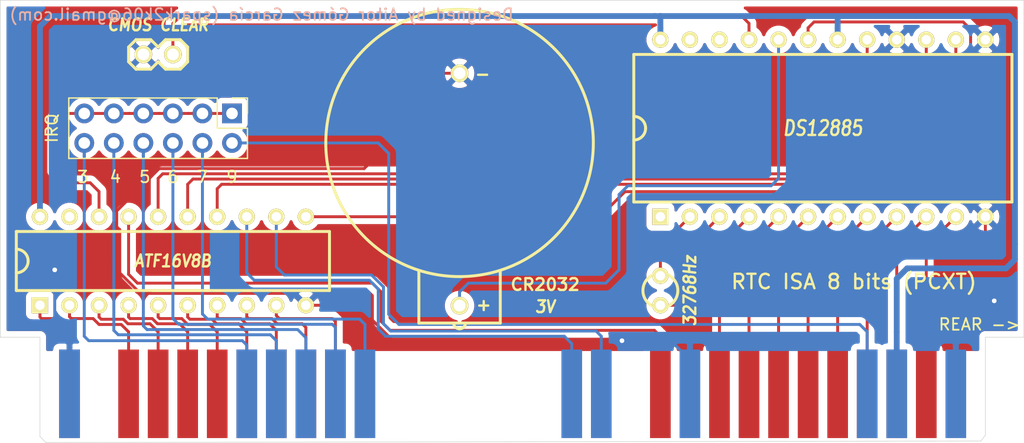
<source format=kicad_pcb>
(kicad_pcb (version 20171130) (host pcbnew "(5.1.4)-1")

  (general
    (thickness 1.6)
    (drawings 22)
    (tracks 263)
    (zones 0)
    (modules 7)
    (nets 42)
  )

  (page A4)
  (layers
    (0 F.Cu signal)
    (31 B.Cu signal)
    (32 B.Adhes user)
    (33 F.Adhes user)
    (34 B.Paste user)
    (35 F.Paste user)
    (36 B.SilkS user)
    (37 F.SilkS user)
    (38 B.Mask user hide)
    (39 F.Mask user hide)
    (40 Dwgs.User user hide)
    (41 Cmts.User user)
    (42 Eco1.User user)
    (43 Eco2.User user)
    (44 Edge.Cuts user)
    (45 Margin user)
    (46 B.CrtYd user)
    (47 F.CrtYd user)
    (48 B.Fab user)
    (49 F.Fab user)
  )

  (setup
    (last_trace_width 0.25)
    (trace_clearance 0.2)
    (zone_clearance 0.508)
    (zone_45_only no)
    (trace_min 0.2)
    (via_size 0.8)
    (via_drill 0.4)
    (via_min_size 0.4)
    (via_min_drill 0.3)
    (uvia_size 0.3)
    (uvia_drill 0.1)
    (uvias_allowed no)
    (uvia_min_size 0.2)
    (uvia_min_drill 0.1)
    (edge_width 0.05)
    (segment_width 0.2)
    (pcb_text_width 0.3)
    (pcb_text_size 1.5 1.5)
    (mod_edge_width 0.12)
    (mod_text_size 1 1)
    (mod_text_width 0.15)
    (pad_size 1.524 1.524)
    (pad_drill 0.762)
    (pad_to_mask_clearance 0.051)
    (solder_mask_min_width 0.25)
    (aux_axis_origin 0 0)
    (visible_elements 7FFFFFFF)
    (pcbplotparams
      (layerselection 0x010f0_ffffffff)
      (usegerberextensions true)
      (usegerberattributes false)
      (usegerberadvancedattributes false)
      (creategerberjobfile false)
      (excludeedgelayer true)
      (linewidth 0.100000)
      (plotframeref false)
      (viasonmask false)
      (mode 1)
      (useauxorigin false)
      (hpglpennumber 1)
      (hpglpenspeed 20)
      (hpglpendiameter 15.000000)
      (psnegative false)
      (psa4output false)
      (plotreference true)
      (plotvalue true)
      (plotinvisibletext false)
      (padsonsilk false)
      (subtractmaskfromsilk false)
      (outputformat 1)
      (mirror false)
      (drillshape 0)
      (scaleselection 1)
      (outputdirectory "gerber/"))
  )

  (net 0 "")
  (net 1 GND)
  (net 2 +5V)
  (net 3 "Net-(CR2032-Pad1)")
  (net 4 "Net-(J1-Pad1)")
  (net 5 "Net-(U1-Pad1)")
  (net 6 "Net-(U1-Pad2)")
  (net 7 "Net-(U1-Pad3)")
  (net 8 "Net-(U1-Pad22)")
  (net 9 "Net-(U1-Pad23)")
  (net 10 "Net-(U2-Pad19)")
  (net 11 /IRQ9)
  (net 12 /IOW)
  (net 13 /IOR)
  (net 14 /IRQ7)
  (net 15 /IRQ6)
  (net 16 /IRQ5)
  (net 17 /IRQ4)
  (net 18 /IRQ3)
  (net 19 /D7)
  (net 20 /D6)
  (net 21 /D5)
  (net 22 /D4)
  (net 23 /D3)
  (net 24 /D2)
  (net 25 /D1)
  (net 26 /D0)
  (net 27 /AEN)
  (net 28 /A9)
  (net 29 /A8)
  (net 30 /A7)
  (net 31 /A6)
  (net 32 /A5)
  (net 33 /A4)
  (net 34 /A3)
  (net 35 /A2)
  (net 36 /A0)
  (net 37 /IRQOUT)
  (net 38 /RTCALE)
  (net 39 /RTCWR)
  (net 40 /RTCRD)
  (net 41 /IRQ)

  (net_class Default "Esta es la clase de red por defecto."
    (clearance 0.2)
    (trace_width 0.25)
    (via_dia 0.8)
    (via_drill 0.4)
    (uvia_dia 0.3)
    (uvia_drill 0.1)
    (add_net +5V)
    (add_net /A0)
    (add_net /A2)
    (add_net /A3)
    (add_net /A4)
    (add_net /A5)
    (add_net /A6)
    (add_net /A7)
    (add_net /A8)
    (add_net /A9)
    (add_net /AEN)
    (add_net /D0)
    (add_net /D1)
    (add_net /D2)
    (add_net /D3)
    (add_net /D4)
    (add_net /D5)
    (add_net /D6)
    (add_net /D7)
    (add_net /IOR)
    (add_net /IOW)
    (add_net /IRQ)
    (add_net /IRQ3)
    (add_net /IRQ4)
    (add_net /IRQ5)
    (add_net /IRQ6)
    (add_net /IRQ7)
    (add_net /IRQ9)
    (add_net /IRQOUT)
    (add_net /RTCALE)
    (add_net /RTCRD)
    (add_net /RTCWR)
    (add_net GND)
    (add_net "Net-(CR2032-Pad1)")
    (add_net "Net-(J1-Pad1)")
    (add_net "Net-(U1-Pad1)")
    (add_net "Net-(U1-Pad2)")
    (add_net "Net-(U1-Pad22)")
    (add_net "Net-(U1-Pad23)")
    (add_net "Net-(U1-Pad3)")
    (add_net "Net-(U2-Pad19)")
  )

  (module SergeyLibraries:IC_DIP20_300 (layer F.Cu) (tedit 529785CA) (tstamp 5DD11686)
    (at 116.84 91.44)
    (descr "20 pins DIL package, round pads")
    (tags "DIP DIL DIP20 DIL20")
    (path /5DF7CA54)
    (fp_text reference U2 (at -10.16 5.715) (layer F.SilkS) hide
      (effects (font (size 1.016 1.016) (thickness 0.2032)))
    )
    (fp_text value ATF16V8B (at 0 0) (layer F.SilkS)
      (effects (font (size 1.016 0.9144) (thickness 0.2032) italic))
    )
    (fp_arc (start -13.462 0) (end -12.446 0) (angle 90) (layer F.SilkS) (width 0.254))
    (fp_arc (start -13.462 0) (end -13.462 -1.016) (angle 90) (layer F.SilkS) (width 0.254))
    (fp_line (start -13.462 -2.54) (end 13.462 -2.54) (layer F.SilkS) (width 0.254))
    (fp_line (start 13.462 -2.54) (end 13.462 2.54) (layer F.SilkS) (width 0.254))
    (fp_line (start 13.462 2.54) (end -13.462 2.54) (layer F.SilkS) (width 0.254))
    (fp_line (start -13.462 2.54) (end -13.462 -2.54) (layer F.SilkS) (width 0.254))
    (pad 1 thru_hole rect (at -11.43 3.81) (size 1.397 1.397) (drill 0.8128) (layers *.Cu *.Mask F.SilkS)
      (net 36 /A0))
    (pad 2 thru_hole circle (at -8.89 3.81) (size 1.397 1.397) (drill 0.8128) (layers *.Cu *.Mask F.SilkS)
      (net 35 /A2))
    (pad 3 thru_hole circle (at -6.35 3.81) (size 1.397 1.397) (drill 0.8128) (layers *.Cu *.Mask F.SilkS)
      (net 34 /A3))
    (pad 4 thru_hole circle (at -3.81 3.81) (size 1.397 1.397) (drill 0.8128) (layers *.Cu *.Mask F.SilkS)
      (net 33 /A4))
    (pad 5 thru_hole circle (at -1.27 3.81) (size 1.397 1.397) (drill 0.8128) (layers *.Cu *.Mask F.SilkS)
      (net 32 /A5))
    (pad 6 thru_hole circle (at 1.27 3.81) (size 1.397 1.397) (drill 0.8128) (layers *.Cu *.Mask F.SilkS)
      (net 31 /A6))
    (pad 7 thru_hole circle (at 3.81 3.81) (size 1.397 1.397) (drill 0.8128) (layers *.Cu *.Mask F.SilkS)
      (net 30 /A7))
    (pad 8 thru_hole circle (at 6.35 3.81) (size 1.397 1.397) (drill 0.8128) (layers *.Cu *.Mask F.SilkS)
      (net 29 /A8))
    (pad 9 thru_hole circle (at 8.89 3.81) (size 1.397 1.397) (drill 0.8128) (layers *.Cu *.Mask F.SilkS)
      (net 28 /A9))
    (pad 10 thru_hole circle (at 11.43 3.81) (size 1.397 1.397) (drill 0.8128) (layers *.Cu *.Mask F.SilkS)
      (net 1 GND))
    (pad 11 thru_hole circle (at 11.43 -3.81) (size 1.397 1.397) (drill 0.8128) (layers *.Cu *.Mask F.SilkS)
      (net 41 /IRQ))
    (pad 12 thru_hole circle (at 8.89 -3.81) (size 1.397 1.397) (drill 0.8128) (layers *.Cu *.Mask F.SilkS)
      (net 12 /IOW))
    (pad 13 thru_hole circle (at 6.35 -3.81) (size 1.397 1.397) (drill 0.8128) (layers *.Cu *.Mask F.SilkS)
      (net 13 /IOR))
    (pad 14 thru_hole circle (at 3.81 -3.81) (size 1.397 1.397) (drill 0.8128) (layers *.Cu *.Mask F.SilkS)
      (net 38 /RTCALE))
    (pad 15 thru_hole circle (at 1.27 -3.81) (size 1.397 1.397) (drill 0.8128) (layers *.Cu *.Mask F.SilkS)
      (net 39 /RTCWR))
    (pad 16 thru_hole circle (at -1.27 -3.81) (size 1.397 1.397) (drill 0.8128) (layers *.Cu *.Mask F.SilkS)
      (net 40 /RTCRD))
    (pad 17 thru_hole circle (at -3.81 -3.81) (size 1.397 1.397) (drill 0.8128) (layers *.Cu *.Mask F.SilkS)
      (net 27 /AEN))
    (pad 18 thru_hole circle (at -6.35 -3.81) (size 1.397 1.397) (drill 0.8128) (layers *.Cu *.Mask F.SilkS)
      (net 37 /IRQOUT))
    (pad 19 thru_hole circle (at -8.89 -3.81) (size 1.397 1.397) (drill 0.8128) (layers *.Cu *.Mask F.SilkS)
      (net 10 "Net-(U2-Pad19)"))
    (pad 20 thru_hole circle (at -11.43 -3.81) (size 1.397 1.397) (drill 0.8128) (layers *.Cu *.Mask F.SilkS)
      (net 2 +5V))
    (model dil/dil_20.wrl
      (at (xyz 0 0 0))
      (scale (xyz 1 1 1))
      (rotate (xyz 0 0 0))
    )
  )

  (module SergeyLibraries:BUS_RTC8088 (layer F.Cu) (tedit 5DD0EFED) (tstamp 5DD11602)
    (at 146.05 102.87)
    (descr "Connector, PCB Edge, ISA8")
    (tags "CONN BUS ISA")
    (path /5DF83AF6)
    (fp_text reference BUS1 (at -36.83 -6.35) (layer F.SilkS) hide
      (effects (font (size 1.016 1.016) (thickness 0.2032)))
    )
    (fp_text value "ISA 8 BITS" (at -29.21 -6.35) (layer F.SilkS) hide
      (effects (font (size 1.016 0.9144) (thickness 0.2032) italic))
    )
    (fp_line (start -40.64 3.4925) (end -40.64 -4.7625) (layer Dwgs.User) (width 0.254))
    (fp_line (start 40.005 4.1275) (end -40.005 4.1275) (layer Dwgs.User) (width 0.254))
    (fp_line (start 40.64 3.4925) (end 40.64 -4.7625) (layer Dwgs.User) (width 0.254))
    (fp_arc (start 40.005 3.4925) (end 40.64 3.4925) (angle 90) (layer Dwgs.User) (width 0.254))
    (fp_arc (start -40.005 3.4925) (end -40.005 4.1275) (angle 90) (layer Dwgs.User) (width 0.254))
    (fp_line (start 40.64 -4.7625) (end -40.64 -4.7625) (layer Dwgs.User) (width 0.254))
    (pad 1 connect rect (at 38.1 0) (size 1.778 7.62) (layers B.Cu B.Mask)
      (net 1 GND))
    (pad 3 connect rect (at 33.02 0) (size 1.778 7.62) (layers B.Cu B.Mask)
      (net 2 +5V))
    (pad 4 connect rect (at 30.48 0) (size 1.778 7.62) (layers B.Cu B.Mask)
      (net 11 /IRQ9))
    (pad 10 connect rect (at 15.24 0) (size 1.778 7.62) (layers B.Cu B.Mask)
      (net 1 GND))
    (pad 13 connect rect (at 7.62 0) (size 1.778 7.62) (layers B.Cu B.Mask)
      (net 12 /IOW))
    (pad 14 connect rect (at 5.08 0) (size 1.778 7.62) (layers B.Cu B.Mask)
      (net 13 /IOR))
    (pad 21 connect rect (at -12.7 0) (size 1.778 7.62) (layers B.Cu B.Mask)
      (net 14 /IRQ7))
    (pad 22 connect rect (at -15.24 0) (size 1.778 7.62) (layers B.Cu B.Mask)
      (net 15 /IRQ6))
    (pad 23 connect rect (at -17.78 0) (size 1.778 7.62) (layers B.Cu B.Mask)
      (net 16 /IRQ5))
    (pad 24 connect rect (at -20.32 0) (size 1.778 7.62) (layers B.Cu B.Mask)
      (net 17 /IRQ4))
    (pad 25 connect rect (at -22.86 0) (size 1.778 7.62) (layers B.Cu B.Mask)
      (net 18 /IRQ3))
    (pad 31 connect rect (at -38.1 0) (size 1.778 7.62) (layers B.Cu B.Mask)
      (net 1 GND))
    (pad 33 connect rect (at 35.56 0) (size 1.778 7.62) (layers F.Cu F.Mask)
      (net 19 /D7))
    (pad 34 connect rect (at 33.02 0) (size 1.778 7.62) (layers F.Cu F.Mask)
      (net 20 /D6))
    (pad 35 connect rect (at 30.48 0) (size 1.778 7.62) (layers F.Cu F.Mask)
      (net 21 /D5))
    (pad 36 connect rect (at 27.94 0) (size 1.778 7.62) (layers F.Cu F.Mask)
      (net 22 /D4))
    (pad 37 connect rect (at 25.4 0) (size 1.778 7.62) (layers F.Cu F.Mask)
      (net 23 /D3))
    (pad 38 connect rect (at 22.86 0) (size 1.778 7.62) (layers F.Cu F.Mask)
      (net 24 /D2))
    (pad 39 connect rect (at 20.32 0) (size 1.778 7.62) (layers F.Cu F.Mask)
      (net 25 /D1))
    (pad 40 connect rect (at 17.78 0) (size 1.778 7.62) (layers F.Cu F.Mask)
      (net 26 /D0))
    (pad 42 connect rect (at 12.7 0) (size 1.778 7.62) (layers F.Cu F.Mask)
      (net 27 /AEN))
    (pad 53 connect rect (at -15.24 0) (size 1.778 7.62) (layers F.Cu F.Mask)
      (net 28 /A9))
    (pad 54 connect rect (at -17.78 0) (size 1.778 7.62) (layers F.Cu F.Mask)
      (net 29 /A8))
    (pad 55 connect rect (at -20.32 0) (size 1.778 7.62) (layers F.Cu F.Mask)
      (net 30 /A7))
    (pad 56 connect rect (at -22.86 0) (size 1.778 7.62) (layers F.Cu F.Mask)
      (net 31 /A6))
    (pad 57 connect rect (at -25.4 0) (size 1.778 7.62) (layers F.Cu F.Mask)
      (net 32 /A5))
    (pad 58 connect rect (at -27.94 0) (size 1.778 7.62) (layers F.Cu F.Mask)
      (net 33 /A4))
    (pad 59 connect rect (at -30.48 0) (size 1.778 7.62) (layers F.Cu F.Mask)
      (net 34 /A3))
    (pad 60 connect rect (at -33.02 0) (size 1.778 7.62) (layers F.Cu F.Mask)
      (net 35 /A2))
    (pad 62 connect rect (at -38.1 0) (size 1.778 7.62) (layers F.Cu F.Mask)
      (net 36 /A0))
  )

  (module SergeyLibraries:Battery_Holder_CR2032_Mouser_122-2520-GR (layer F.Cu) (tedit 5298DE9E) (tstamp 5DD11610)
    (at 141.484806 81.28 90)
    (descr "Battery Holder, CR2032, Through Hole, Mouser 122-2520-GR, RadioShack 270-009")
    (tags "BATT HOLDER CR2032 TH")
    (path /5DCAB0F6)
    (fp_text reference CR2032 (at -12.192 7.359194) (layer F.SilkS)
      (effects (font (size 1.016 1.016) (thickness 0.2032)))
    )
    (fp_text value 3V (at -14.097 7.359194) (layer F.SilkS)
      (effects (font (size 1.016 0.9144) (thickness 0.2032) italic))
    )
    (fp_circle (center 0 0) (end 0 -11.50112) (layer F.SilkS) (width 0.254))
    (fp_line (start -15.49908 3.50012) (end -11.00074 3.50012) (layer F.SilkS) (width 0.254))
    (fp_line (start -15.49908 -3.50012) (end -15.49908 3.50012) (layer F.SilkS) (width 0.254))
    (fp_line (start -11.00074 -3.50012) (end -15.49908 -3.50012) (layer F.SilkS) (width 0.254))
    (fp_arc (start -15.49908 0) (end -15.99946 0) (angle 90) (layer F.SilkS) (width 0.254))
    (fp_arc (start -15.49908 0) (end -15.49908 0.50038) (angle 90) (layer F.SilkS) (width 0.254))
    (fp_text user + (at -13.9954 2.0066 90) (layer F.SilkS)
      (effects (font (size 1.016 1.016) (thickness 0.2032)))
    )
    (fp_text user - (at 5.9436 1.9812) (layer F.SilkS)
      (effects (font (size 1.016 1.016) (thickness 0.2032)))
    )
    (pad 2 thru_hole circle (at 5.99948 0 90) (size 1.524 1.524) (drill 1.016) (layers *.Cu *.Mask F.SilkS)
      (net 1 GND))
    (pad 1 thru_hole circle (at -14.00048 0 90) (size 1.524 1.524) (drill 1.016) (layers *.Cu *.Mask F.SilkS)
      (net 3 "Net-(CR2032-Pad1)"))
  )

  (module SergeyLibraries:Conn_Pin_Header_2x1_2.54mm_NoKey (layer F.Cu) (tedit 5298E3BC) (tstamp 5DD11624)
    (at 115.57 73.66 180)
    (descr "Pin Header, 2x1, 2.54mm pitch, no key")
    (tags "CONN 2x1 NOKEY")
    (path /5DC9D93E)
    (fp_text reference J1 (at 3.81 0) (layer F.SilkS) hide
      (effects (font (size 1.016 1.016) (thickness 0.2032)))
    )
    (fp_text value "CMOS CLEAR" (at 0 2.54) (layer F.SilkS)
      (effects (font (size 1.016 0.9144) (thickness 0.2032) italic))
    )
    (fp_line (start 0 -0.635) (end -0.635 -1.27) (layer F.SilkS) (width 0.254))
    (fp_line (start -0.635 -1.27) (end -1.905 -1.27) (layer F.SilkS) (width 0.254))
    (fp_line (start -1.905 -1.27) (end -2.54 -0.635) (layer F.SilkS) (width 0.254))
    (fp_line (start -2.54 -0.635) (end -2.54 0.635) (layer F.SilkS) (width 0.254))
    (fp_line (start -2.54 0.635) (end -1.905 1.27) (layer F.SilkS) (width 0.254))
    (fp_line (start -1.905 1.27) (end -0.635 1.27) (layer F.SilkS) (width 0.254))
    (fp_line (start -0.635 1.27) (end 0 0.635) (layer F.SilkS) (width 0.254))
    (fp_line (start 0 -0.635) (end 0.635 -1.27) (layer F.SilkS) (width 0.254))
    (fp_line (start 0.635 -1.27) (end 1.905 -1.27) (layer F.SilkS) (width 0.254))
    (fp_line (start 1.905 -1.27) (end 2.54 -0.635) (layer F.SilkS) (width 0.254))
    (fp_line (start 2.54 -0.635) (end 2.54 0.635) (layer F.SilkS) (width 0.254))
    (fp_line (start 2.54 0.635) (end 1.905 1.27) (layer F.SilkS) (width 0.254))
    (fp_line (start 1.905 1.27) (end 0.635 1.27) (layer F.SilkS) (width 0.254))
    (fp_line (start 0.635 1.27) (end 0 0.635) (layer F.SilkS) (width 0.254))
    (pad 1 thru_hole circle (at -1.27 0 180) (size 1.524 1.524) (drill 1.016) (layers *.Cu *.Mask F.SilkS)
      (net 4 "Net-(J1-Pad1)"))
    (pad 2 thru_hole circle (at 1.27 0 180) (size 1.524 1.524) (drill 1.016) (layers *.Cu *.Mask F.SilkS)
      (net 1 GND))
    (model pin_array/pins_array_8x2.wrl
      (at (xyz 0 0 0))
      (scale (xyz 1 1 1))
      (rotate (xyz 0 0 0))
    )
  )

  (module SergeyLibraries:IC_DIP24_600 (layer F.Cu) (tedit 529785F9) (tstamp 5DD11668)
    (at 172.72 80.01)
    (descr "24 pins DIL package, round pads, width 600mil")
    (tags "DIP DIL DIP24 DIL24")
    (path /5DF7ACB7)
    (fp_text reference U1 (at -12.7 9.525) (layer F.SilkS) hide
      (effects (font (size 1.016 1.016) (thickness 0.2032)))
    )
    (fp_text value DS12885 (at 0 0) (layer F.SilkS)
      (effects (font (size 1.27 1.016) (thickness 0.2032) italic))
    )
    (fp_arc (start -16.256 0) (end -15.24 0) (angle 90) (layer F.SilkS) (width 0.254))
    (fp_arc (start -16.256 0) (end -16.256 -1.016) (angle 90) (layer F.SilkS) (width 0.254))
    (fp_line (start -16.256 -6.35) (end 16.256 -6.35) (layer F.SilkS) (width 0.254))
    (fp_line (start 16.256 -6.35) (end 16.256 6.35) (layer F.SilkS) (width 0.254))
    (fp_line (start 16.256 6.35) (end -16.256 6.35) (layer F.SilkS) (width 0.254))
    (fp_line (start -16.256 6.35) (end -16.256 -6.35) (layer F.SilkS) (width 0.254))
    (pad 1 thru_hole rect (at -13.97 7.62) (size 1.397 1.397) (drill 0.8128) (layers *.Cu *.Mask F.SilkS)
      (net 5 "Net-(U1-Pad1)"))
    (pad 2 thru_hole circle (at -11.43 7.62) (size 1.397 1.397) (drill 0.8128) (layers *.Cu *.Mask F.SilkS)
      (net 6 "Net-(U1-Pad2)"))
    (pad 3 thru_hole circle (at -8.89 7.62) (size 1.397 1.397) (drill 0.8128) (layers *.Cu *.Mask F.SilkS)
      (net 7 "Net-(U1-Pad3)"))
    (pad 4 thru_hole circle (at -6.35 7.62) (size 1.397 1.397) (drill 0.8128) (layers *.Cu *.Mask F.SilkS)
      (net 26 /D0))
    (pad 5 thru_hole circle (at -3.81 7.62) (size 1.397 1.397) (drill 0.8128) (layers *.Cu *.Mask F.SilkS)
      (net 25 /D1))
    (pad 6 thru_hole circle (at -1.27 7.62) (size 1.397 1.397) (drill 0.8128) (layers *.Cu *.Mask F.SilkS)
      (net 24 /D2))
    (pad 7 thru_hole circle (at 1.27 7.62) (size 1.397 1.397) (drill 0.8128) (layers *.Cu *.Mask F.SilkS)
      (net 23 /D3))
    (pad 8 thru_hole circle (at 3.81 7.62) (size 1.397 1.397) (drill 0.8128) (layers *.Cu *.Mask F.SilkS)
      (net 22 /D4))
    (pad 9 thru_hole circle (at 6.35 7.62) (size 1.397 1.397) (drill 0.8128) (layers *.Cu *.Mask F.SilkS)
      (net 21 /D5))
    (pad 10 thru_hole circle (at 8.89 7.62) (size 1.397 1.397) (drill 0.8128) (layers *.Cu *.Mask F.SilkS)
      (net 20 /D6))
    (pad 11 thru_hole circle (at 11.43 7.62) (size 1.397 1.397) (drill 0.8128) (layers *.Cu *.Mask F.SilkS)
      (net 19 /D7))
    (pad 12 thru_hole circle (at 13.97 7.62) (size 1.397 1.397) (drill 0.8128) (layers *.Cu *.Mask F.SilkS)
      (net 1 GND))
    (pad 13 thru_hole circle (at 13.97 -7.62) (size 1.397 1.397) (drill 0.8128) (layers *.Cu *.Mask F.SilkS)
      (net 1 GND))
    (pad 14 thru_hole circle (at 11.43 -7.62) (size 1.397 1.397) (drill 0.8128) (layers *.Cu *.Mask F.SilkS)
      (net 38 /RTCALE))
    (pad 15 thru_hole circle (at 8.89 -7.62) (size 1.397 1.397) (drill 0.8128) (layers *.Cu *.Mask F.SilkS)
      (net 39 /RTCWR))
    (pad 16 thru_hole circle (at 6.35 -7.62) (size 1.397 1.397) (drill 0.8128) (layers *.Cu *.Mask F.SilkS)
      (net 1 GND))
    (pad 17 thru_hole circle (at 3.81 -7.62) (size 1.397 1.397) (drill 0.8128) (layers *.Cu *.Mask F.SilkS)
      (net 40 /RTCRD))
    (pad 18 thru_hole circle (at 1.27 -7.62) (size 1.397 1.397) (drill 0.8128) (layers *.Cu *.Mask F.SilkS)
      (net 2 +5V))
    (pad 19 thru_hole circle (at -1.27 -7.62) (size 1.397 1.397) (drill 0.8128) (layers *.Cu *.Mask F.SilkS)
      (net 41 /IRQ))
    (pad 20 thru_hole circle (at -3.81 -7.62) (size 1.397 1.397) (drill 0.8128) (layers *.Cu *.Mask F.SilkS)
      (net 3 "Net-(CR2032-Pad1)"))
    (pad 21 thru_hole circle (at -6.35 -7.62) (size 1.397 1.397) (drill 0.8128) (layers *.Cu *.Mask F.SilkS)
      (net 4 "Net-(J1-Pad1)"))
    (pad 22 thru_hole circle (at -8.89 -7.62) (size 1.397 1.397) (drill 0.8128) (layers *.Cu *.Mask F.SilkS)
      (net 8 "Net-(U1-Pad22)"))
    (pad 23 thru_hole circle (at -11.43 -7.62) (size 1.397 1.397) (drill 0.8128) (layers *.Cu *.Mask F.SilkS)
      (net 9 "Net-(U1-Pad23)"))
    (pad 24 thru_hole circle (at -13.97 -7.62) (size 1.397 1.397) (drill 0.8128) (layers *.Cu *.Mask F.SilkS)
      (net 2 +5V))
    (model dil/dil_24-w600.wrl
      (at (xyz 0 0 0))
      (scale (xyz 1 1 1))
      (rotate (xyz 0 0 0))
    )
  )

  (module SergeyLibraries:Crystal_32K_Vert (layer F.Cu) (tedit 5298D66B) (tstamp 5DD1168D)
    (at 158.75 93.98 90)
    (descr "Quartz Crystal, 32768Hz for RTC, Tuning Fork, Vertical")
    (tags "32768HZ CRYSTAL RTC")
    (path /5DC959D0)
    (fp_text reference X1 (at 0 -2.54 90) (layer F.SilkS) hide
      (effects (font (size 1.016 1.016) (thickness 0.2032)))
    )
    (fp_text value 32768Hz (at 0 2.54 90) (layer F.SilkS)
      (effects (font (size 1.016 0.9144) (thickness 0.2032) italic))
    )
    (fp_circle (center 0 0) (end 0 -1.50114) (layer F.SilkS) (width 0.254))
    (pad 1 thru_hole circle (at -1.27 0 90) (size 1.397 1.397) (drill 0.8128) (layers *.Cu *.Mask F.SilkS)
      (net 7 "Net-(U1-Pad3)"))
    (pad 2 thru_hole circle (at 1.27 0 90) (size 1.397 1.397) (drill 0.8128) (layers *.Cu *.Mask F.SilkS)
      (net 6 "Net-(U1-Pad2)"))
    (model discret/c_vert_c1v5.wrl
      (at (xyz 0 0 0))
      (scale (xyz 1 1 1))
      (rotate (xyz 0 0 0))
    )
  )

  (module Connector_PinHeader_2.54mm:PinHeader_2x06_P2.54mm_Vertical (layer F.Cu) (tedit 59FED5CC) (tstamp 5DD1249D)
    (at 121.92 78.74 270)
    (descr "Through hole straight pin header, 2x06, 2.54mm pitch, double rows")
    (tags "Through hole pin header THT 2x06 2.54mm double row")
    (path /5DD3559F)
    (fp_text reference J2 (at 1.27 -2.33 90) (layer F.SilkS) hide
      (effects (font (size 1 1) (thickness 0.15)))
    )
    (fp_text value IRQ (at 1.27 15.494 90) (layer F.SilkS)
      (effects (font (size 1 1) (thickness 0.15)))
    )
    (fp_line (start 0 -1.27) (end 3.81 -1.27) (layer F.Fab) (width 0.1))
    (fp_line (start 3.81 -1.27) (end 3.81 13.97) (layer F.Fab) (width 0.1))
    (fp_line (start 3.81 13.97) (end -1.27 13.97) (layer F.Fab) (width 0.1))
    (fp_line (start -1.27 13.97) (end -1.27 0) (layer F.Fab) (width 0.1))
    (fp_line (start -1.27 0) (end 0 -1.27) (layer F.Fab) (width 0.1))
    (fp_line (start -1.33 14.03) (end 3.87 14.03) (layer F.SilkS) (width 0.12))
    (fp_line (start -1.33 1.27) (end -1.33 14.03) (layer F.SilkS) (width 0.12))
    (fp_line (start 3.87 -1.33) (end 3.87 14.03) (layer F.SilkS) (width 0.12))
    (fp_line (start -1.33 1.27) (end 1.27 1.27) (layer F.SilkS) (width 0.12))
    (fp_line (start 1.27 1.27) (end 1.27 -1.33) (layer F.SilkS) (width 0.12))
    (fp_line (start 1.27 -1.33) (end 3.87 -1.33) (layer F.SilkS) (width 0.12))
    (fp_line (start -1.33 0) (end -1.33 -1.33) (layer F.SilkS) (width 0.12))
    (fp_line (start -1.33 -1.33) (end 0 -1.33) (layer F.SilkS) (width 0.12))
    (fp_line (start -1.8 -1.8) (end -1.8 14.5) (layer F.CrtYd) (width 0.05))
    (fp_line (start -1.8 14.5) (end 4.35 14.5) (layer F.CrtYd) (width 0.05))
    (fp_line (start 4.35 14.5) (end 4.35 -1.8) (layer F.CrtYd) (width 0.05))
    (fp_line (start 4.35 -1.8) (end -1.8 -1.8) (layer F.CrtYd) (width 0.05))
    (fp_text user %R (at 1.27 6.35) (layer F.Fab)
      (effects (font (size 1 1) (thickness 0.15)))
    )
    (pad 1 thru_hole rect (at 0 0 270) (size 1.7 1.7) (drill 1) (layers *.Cu *.Mask)
      (net 37 /IRQOUT))
    (pad 2 thru_hole oval (at 2.54 0 270) (size 1.7 1.7) (drill 1) (layers *.Cu *.Mask)
      (net 11 /IRQ9))
    (pad 3 thru_hole oval (at 0 2.54 270) (size 1.7 1.7) (drill 1) (layers *.Cu *.Mask)
      (net 37 /IRQOUT))
    (pad 4 thru_hole oval (at 2.54 2.54 270) (size 1.7 1.7) (drill 1) (layers *.Cu *.Mask)
      (net 14 /IRQ7))
    (pad 5 thru_hole oval (at 0 5.08 270) (size 1.7 1.7) (drill 1) (layers *.Cu *.Mask)
      (net 37 /IRQOUT))
    (pad 6 thru_hole oval (at 2.54 5.08 270) (size 1.7 1.7) (drill 1) (layers *.Cu *.Mask)
      (net 15 /IRQ6))
    (pad 7 thru_hole oval (at 0 7.62 270) (size 1.7 1.7) (drill 1) (layers *.Cu *.Mask)
      (net 37 /IRQOUT))
    (pad 8 thru_hole oval (at 2.54 7.62 270) (size 1.7 1.7) (drill 1) (layers *.Cu *.Mask)
      (net 16 /IRQ5))
    (pad 9 thru_hole oval (at 0 10.16 270) (size 1.7 1.7) (drill 1) (layers *.Cu *.Mask)
      (net 37 /IRQOUT))
    (pad 10 thru_hole oval (at 2.54 10.16 270) (size 1.7 1.7) (drill 1) (layers *.Cu *.Mask)
      (net 17 /IRQ4))
    (pad 11 thru_hole oval (at 0 12.7 270) (size 1.7 1.7) (drill 1) (layers *.Cu *.Mask)
      (net 37 /IRQOUT))
    (pad 12 thru_hole oval (at 2.54 12.7 270) (size 1.7 1.7) (drill 1) (layers *.Cu *.Mask)
      (net 18 /IRQ3))
    (model ${KISYS3DMOD}/Connector_PinHeader_2.54mm.3dshapes/PinHeader_2x06_P2.54mm_Vertical.wrl
      (at (xyz 0 0 0))
      (scale (xyz 1 1 1))
      (rotate (xyz 0 0 0))
    )
  )

  (gr_text "REAR ->" (at 186.182 96.901) (layer F.SilkS)
    (effects (font (size 1 1) (thickness 0.15)))
  )
  (gr_text "RTC ISA 8 bits (PCXT)" (at 175.387 93.218) (layer F.SilkS)
    (effects (font (size 1.25 1.25) (thickness 0.2)))
  )
  (gr_poly (pts (xy 105.537 99.314) (xy 186.817 99.314) (xy 186.69 106.934) (xy 105.41 107.061)) (layer F.Mask) (width 0.1))
  (gr_poly (pts (xy 105.41 99.314) (xy 186.69 99.314) (xy 186.69 106.934) (xy 105.41 107.061)) (layer B.Mask) (width 0.1))
  (gr_text "Designed by Aitor Gómez García (spark2k06@gmail.com)" (at 124.46 70.231) (layer B.SilkS)
    (effects (font (size 1 1) (thickness 0.15)) (justify mirror))
  )
  (gr_text 9 (at 121.92 84.201) (layer F.SilkS)
    (effects (font (size 1 1) (thickness 0.15)))
  )
  (gr_text 7 (at 119.38 84.201) (layer F.SilkS)
    (effects (font (size 1 1) (thickness 0.15)))
  )
  (gr_text 6 (at 116.84 84.201) (layer F.SilkS)
    (effects (font (size 1 1) (thickness 0.15)))
  )
  (gr_text 5 (at 114.427 84.201) (layer F.SilkS)
    (effects (font (size 1 1) (thickness 0.15)))
  )
  (gr_text 4 (at 111.887 84.201) (layer F.SilkS)
    (effects (font (size 1 1) (thickness 0.15)))
  )
  (gr_text 3 (at 109.093 84.201) (layer F.SilkS)
    (effects (font (size 1 1) (thickness 0.15)))
  )
  (gr_line (start 186.69 98) (end 186.69 98.171) (layer Edge.Cuts) (width 0.05) (tstamp 5DD17A13))
  (gr_line (start 186.69 106.426) (end 186.69 98.171) (layer Edge.Cuts) (width 0.05))
  (gr_line (start 186.309 106.934) (end 186.69 106.426) (layer Edge.Cuts) (width 0.05))
  (gr_line (start 105.918 107.061) (end 186.309 106.934) (layer Edge.Cuts) (width 0.05))
  (gr_line (start 105.41 106.553) (end 105.918 107.061) (layer Edge.Cuts) (width 0.05))
  (gr_line (start 105.41 98) (end 105.41 106.553) (layer Edge.Cuts) (width 0.05))
  (gr_line (start 190 98) (end 186.69 98) (layer Edge.Cuts) (width 0.05))
  (gr_line (start 190 69) (end 190 98) (layer Edge.Cuts) (width 0.05))
  (gr_line (start 102 98) (end 105.41 98) (layer Edge.Cuts) (width 0.05))
  (gr_line (start 102 69) (end 102 98) (layer Edge.Cuts) (width 0.05))
  (gr_line (start 190 69) (end 102 69) (layer Edge.Cuts) (width 0.05))

  (via (at 187.452 94.869) (size 0.8) (drill 0.4) (layers F.Cu B.Cu) (net 1))
  (via (at 155.448 98.298) (size 0.8) (drill 0.4) (layers F.Cu B.Cu) (net 1))
  (via (at 106.68 92.202) (size 0.8) (drill 0.4) (layers F.Cu B.Cu) (net 1))
  (segment (start 127.571501 94.551501) (end 128.27 95.25) (width 0.25) (layer F.Cu) (net 1))
  (segment (start 127.246499 94.226499) (end 127.571501 94.551501) (width 0.25) (layer F.Cu) (net 1))
  (segment (start 114.037089 94.226499) (end 127.246499 94.226499) (width 0.25) (layer F.Cu) (net 1))
  (segment (start 112.006499 87.138719) (end 112.006499 92.195909) (width 0.25) (layer F.Cu) (net 1))
  (segment (start 133.279355 83.485971) (end 115.659247 83.485971) (width 0.25) (layer F.Cu) (net 1))
  (segment (start 112.006499 92.195909) (end 114.037089 94.226499) (width 0.25) (layer F.Cu) (net 1))
  (segment (start 115.659247 83.485971) (end 112.006499 87.138719) (width 0.25) (layer F.Cu) (net 1))
  (segment (start 141.484806 75.28052) (end 133.279355 83.485971) (width 0.25) (layer F.Cu) (net 1))
  (segment (start 115.92052 75.28052) (end 114.3 73.66) (width 0.25) (layer F.Cu) (net 1))
  (segment (start 141.484806 75.28052) (end 115.92052 75.28052) (width 0.25) (layer F.Cu) (net 1))
  (segment (start 106.68 96.393) (end 106.68 92.202) (width 0.25) (layer B.Cu) (net 1))
  (segment (start 107.95 102.87) (end 107.95 97.663) (width 0.25) (layer B.Cu) (net 1))
  (segment (start 107.95 97.663) (end 106.68 96.393) (width 0.25) (layer B.Cu) (net 1))
  (segment (start 107.251776 92.195909) (end 112.006499 92.195909) (width 0.25) (layer F.Cu) (net 1))
  (segment (start 107.245685 92.202) (end 107.251776 92.195909) (width 0.25) (layer F.Cu) (net 1))
  (segment (start 106.68 92.202) (end 107.245685 92.202) (width 0.25) (layer F.Cu) (net 1))
  (segment (start 154.882315 98.298) (end 155.448 98.298) (width 0.25) (layer F.Cu) (net 1))
  (segment (start 135.76159 98.298) (end 154.882315 98.298) (width 0.25) (layer F.Cu) (net 1))
  (segment (start 132.71359 95.25) (end 135.76159 98.298) (width 0.25) (layer F.Cu) (net 1))
  (segment (start 128.27 95.25) (end 132.71359 95.25) (width 0.25) (layer F.Cu) (net 1))
  (segment (start 161.29 99.949) (end 161.29 102.87) (width 0.25) (layer B.Cu) (net 1))
  (segment (start 159.639 98.298) (end 161.29 99.949) (width 0.25) (layer B.Cu) (net 1))
  (segment (start 155.448 98.298) (end 159.639 98.298) (width 0.25) (layer B.Cu) (net 1))
  (segment (start 184.658 94.869) (end 187.452 94.869) (width 0.25) (layer B.Cu) (net 1))
  (segment (start 184.15 102.87) (end 184.15 95.377) (width 0.25) (layer B.Cu) (net 1))
  (segment (start 184.15 95.377) (end 184.658 94.869) (width 0.25) (layer B.Cu) (net 1))
  (segment (start 186.69 94.107) (end 186.69 87.63) (width 0.25) (layer F.Cu) (net 1))
  (segment (start 187.452 94.869) (end 186.69 94.107) (width 0.25) (layer F.Cu) (net 1))
  (segment (start 106.299 70.358) (end 158.242 70.358) (width 0.5) (layer B.Cu) (net 2))
  (segment (start 105.41 87.63) (end 105.41 71.247) (width 0.5) (layer B.Cu) (net 2))
  (segment (start 105.41 71.247) (end 106.299 70.358) (width 0.5) (layer B.Cu) (net 2))
  (segment (start 188.722 70.358) (end 188.214 70.358) (width 0.5) (layer B.Cu) (net 2))
  (segment (start 179.07 102.87) (end 179.07 97.536) (width 0.5) (layer B.Cu) (net 2))
  (segment (start 189.23 90) (end 189.23 70.866) (width 0.5) (layer B.Cu) (net 2))
  (segment (start 189.23 70.866) (end 188.722 70.358) (width 0.5) (layer B.Cu) (net 2))
  (segment (start 173.99 71.402172) (end 173.99 70.358) (width 0.5) (layer B.Cu) (net 2))
  (segment (start 173.99 72.39) (end 173.99 71.402172) (width 0.5) (layer B.Cu) (net 2))
  (segment (start 188.214 70.358) (end 173.99 70.358) (width 0.5) (layer B.Cu) (net 2))
  (segment (start 158.75 71.402172) (end 158.75 70.358) (width 0.5) (layer B.Cu) (net 2))
  (segment (start 158.75 72.39) (end 158.75 71.402172) (width 0.5) (layer B.Cu) (net 2))
  (segment (start 173.99 70.358) (end 158.75 70.358) (width 0.5) (layer B.Cu) (net 2))
  (segment (start 158.75 70.358) (end 158.242 70.358) (width 0.5) (layer B.Cu) (net 2))
  (segment (start 189.23 90) (end 189.23 91.313) (width 0.5) (layer B.Cu) (net 2))
  (segment (start 189.23 91.313) (end 188.468 92.075) (width 0.5) (layer B.Cu) (net 2))
  (segment (start 188.468 92.075) (end 179.959 92.075) (width 0.5) (layer B.Cu) (net 2))
  (segment (start 179.07 92.964) (end 179.07 97.536) (width 0.5) (layer B.Cu) (net 2))
  (segment (start 179.959 92.075) (end 179.07 92.964) (width 0.5) (layer B.Cu) (net 2))
  (segment (start 168.275 84.963) (end 168.91 84.328) (width 0.25) (layer B.Cu) (net 3))
  (segment (start 155.956 84.963) (end 168.275 84.963) (width 0.25) (layer B.Cu) (net 3))
  (segment (start 155.201501 86.606499) (end 155.201501 85.717499) (width 0.25) (layer B.Cu) (net 3))
  (segment (start 141.484806 94.100194) (end 142.24 93.345) (width 0.25) (layer B.Cu) (net 3))
  (segment (start 155.201501 85.717499) (end 155.956 84.963) (width 0.25) (layer B.Cu) (net 3))
  (segment (start 141.484806 95.28048) (end 141.484806 94.100194) (width 0.25) (layer B.Cu) (net 3))
  (segment (start 168.91 84.328) (end 168.91 72.39) (width 0.25) (layer B.Cu) (net 3))
  (segment (start 154.051 93.345) (end 155.194 92.202) (width 0.25) (layer B.Cu) (net 3))
  (segment (start 142.24 93.345) (end 154.051 93.345) (width 0.25) (layer B.Cu) (net 3))
  (segment (start 155.194 92.202) (end 155.194 86.614) (width 0.25) (layer B.Cu) (net 3))
  (segment (start 155.194 86.614) (end 155.201501 86.606499) (width 0.25) (layer B.Cu) (net 3))
  (segment (start 166.37 70.993) (end 166.37 72.39) (width 0.25) (layer F.Cu) (net 4))
  (segment (start 165.735 70.358) (end 166.37 70.993) (width 0.25) (layer F.Cu) (net 4))
  (segment (start 117.475 70.358) (end 165.735 70.358) (width 0.25) (layer F.Cu) (net 4))
  (segment (start 116.84 73.533) (end 116.84 70.993) (width 0.25) (layer F.Cu) (net 4))
  (segment (start 116.84 70.993) (end 117.475 70.358) (width 0.25) (layer F.Cu) (net 4))
  (segment (start 158.75 90.17) (end 161.29 87.63) (width 0.25) (layer F.Cu) (net 6))
  (segment (start 158.75 92.71) (end 158.75 90.17) (width 0.25) (layer F.Cu) (net 6))
  (segment (start 158.75 95.25) (end 160.655 95.25) (width 0.25) (layer F.Cu) (net 7))
  (segment (start 160.655 95.25) (end 161.29 94.615) (width 0.25) (layer F.Cu) (net 7))
  (segment (start 161.29 90.17) (end 163.83 87.63) (width 0.25) (layer F.Cu) (net 7))
  (segment (start 161.29 94.615) (end 161.29 90.17) (width 0.25) (layer F.Cu) (net 7))
  (segment (start 134.493 81.28) (end 121.92 81.28) (width 0.25) (layer B.Cu) (net 11))
  (segment (start 176.53 97.536) (end 175.895 96.901) (width 0.25) (layer B.Cu) (net 11))
  (segment (start 176.53 102.87) (end 176.53 97.536) (width 0.25) (layer B.Cu) (net 11))
  (segment (start 175.895 96.901) (end 136.271 96.901) (width 0.25) (layer B.Cu) (net 11))
  (segment (start 136.271 96.901) (end 135.393018 96.023018) (width 0.25) (layer B.Cu) (net 11))
  (segment (start 135.393018 96.023018) (end 135.393018 82.180018) (width 0.25) (layer B.Cu) (net 11))
  (segment (start 135.393018 82.180018) (end 134.493 81.28) (width 0.25) (layer B.Cu) (net 11))
  (segment (start 126.42299 92.64099) (end 125.73 91.948) (width 0.25) (layer B.Cu) (net 12))
  (segment (start 133.9174 92.64099) (end 126.42299 92.64099) (width 0.25) (layer B.Cu) (net 12))
  (segment (start 153.67 97.917) (end 153.219991 97.466991) (width 0.25) (layer B.Cu) (net 12))
  (segment (start 125.73 91.948) (end 125.73 87.63) (width 0.25) (layer B.Cu) (net 12))
  (segment (start 153.67 102.87) (end 153.67 97.917) (width 0.25) (layer B.Cu) (net 12))
  (segment (start 153.219991 97.466991) (end 135.566991 97.466991) (width 0.25) (layer B.Cu) (net 12))
  (segment (start 135.566991 97.466991) (end 134.94301 96.84301) (width 0.25) (layer B.Cu) (net 12))
  (segment (start 134.94301 96.84301) (end 134.943009 93.666599) (width 0.25) (layer B.Cu) (net 12))
  (segment (start 134.943009 93.666599) (end 133.9174 92.64099) (width 0.25) (layer B.Cu) (net 12))
  (segment (start 123.19 92.456) (end 123.19 87.63) (width 0.25) (layer B.Cu) (net 13))
  (segment (start 123.825 93.091) (end 123.19 92.456) (width 0.25) (layer B.Cu) (net 13))
  (segment (start 133.731 93.091) (end 123.825 93.091) (width 0.25) (layer B.Cu) (net 13))
  (segment (start 151.13 98.552) (end 150.495 97.917) (width 0.25) (layer B.Cu) (net 13))
  (segment (start 150.495 97.917) (end 135.128 97.917) (width 0.25) (layer B.Cu) (net 13))
  (segment (start 135.128 97.917) (end 134.493 97.282) (width 0.25) (layer B.Cu) (net 13))
  (segment (start 134.493 97.282) (end 134.493 93.853) (width 0.25) (layer B.Cu) (net 13))
  (segment (start 134.493 93.853) (end 133.731 93.091) (width 0.25) (layer B.Cu) (net 13))
  (segment (start 151.13 102.87) (end 151.13 98.552) (width 0.25) (layer B.Cu) (net 13))
  (segment (start 119.38 81.28) (end 119.38 82.296) (width 0.25) (layer B.Cu) (net 14))
  (segment (start 119.38 81.407) (end 119.38 82.296) (width 0.25) (layer B.Cu) (net 14))
  (segment (start 119.38 89.662) (end 119.38 82.296) (width 0.25) (layer B.Cu) (net 14))
  (segment (start 119.38 96) (end 119.38 89.662) (width 0.25) (layer B.Cu) (net 14))
  (segment (start 119.819973 96.439973) (end 119.38 96) (width 0.25) (layer B.Cu) (net 14))
  (segment (start 132.888973 96.439973) (end 119.819973 96.439973) (width 0.25) (layer B.Cu) (net 14))
  (segment (start 133.35 96.901) (end 132.888973 96.439973) (width 0.25) (layer B.Cu) (net 14))
  (segment (start 133.35 102.87) (end 133.35 96.901) (width 0.25) (layer B.Cu) (net 14))
  (segment (start 116.84 81.28) (end 116.84 82.296) (width 0.25) (layer B.Cu) (net 15))
  (segment (start 116.84 81.407) (end 116.84 82.296) (width 0.25) (layer B.Cu) (net 15))
  (segment (start 116.84 89.789) (end 116.84 82.296) (width 0.25) (layer B.Cu) (net 15))
  (segment (start 116.84 96.393) (end 116.84 89.789) (width 0.25) (layer B.Cu) (net 15))
  (segment (start 117.336982 96.889982) (end 116.84 96.393) (width 0.25) (layer B.Cu) (net 15))
  (segment (start 130.544982 96.889982) (end 117.336982 96.889982) (width 0.25) (layer B.Cu) (net 15))
  (segment (start 130.81 102.87) (end 130.81 97.155) (width 0.25) (layer B.Cu) (net 15))
  (segment (start 130.81 97.155) (end 130.544982 96.889982) (width 0.25) (layer B.Cu) (net 15))
  (segment (start 114.3 81.28) (end 114.3 82.423) (width 0.25) (layer B.Cu) (net 16))
  (segment (start 114.3 81.407) (end 114.3 82.423) (width 0.25) (layer B.Cu) (net 16))
  (segment (start 114.3 90.551) (end 114.3 82.423) (width 0.25) (layer B.Cu) (net 16))
  (segment (start 114.3 97.028) (end 114.3 90.551) (width 0.25) (layer B.Cu) (net 16))
  (segment (start 114.611991 97.339991) (end 114.3 97.028) (width 0.25) (layer B.Cu) (net 16))
  (segment (start 127.565991 97.339991) (end 114.611991 97.339991) (width 0.25) (layer B.Cu) (net 16))
  (segment (start 128.27 102.87) (end 128.27 98.044) (width 0.25) (layer B.Cu) (net 16))
  (segment (start 128.27 98.044) (end 127.565991 97.339991) (width 0.25) (layer B.Cu) (net 16))
  (segment (start 111.76 91.059) (end 111.76 81.28) (width 0.25) (layer B.Cu) (net 17))
  (segment (start 111.76 97.409) (end 111.76 91.059) (width 0.25) (layer B.Cu) (net 17))
  (segment (start 112.141 97.79) (end 111.76 97.409) (width 0.25) (layer B.Cu) (net 17))
  (segment (start 125.222 97.79) (end 112.141 97.79) (width 0.25) (layer B.Cu) (net 17))
  (segment (start 125.73 102.87) (end 125.73 98.298) (width 0.25) (layer B.Cu) (net 17))
  (segment (start 125.73 98.298) (end 125.222 97.79) (width 0.25) (layer B.Cu) (net 17))
  (segment (start 109.22 81.28) (end 109.22 82.423) (width 0.25) (layer B.Cu) (net 18))
  (segment (start 109.22 82.042) (end 109.22 82.423) (width 0.25) (layer B.Cu) (net 18))
  (segment (start 109.22 91.44) (end 109.22 82.423) (width 0.25) (layer B.Cu) (net 18))
  (segment (start 109.22 97.917) (end 109.22 91.44) (width 0.25) (layer B.Cu) (net 18))
  (segment (start 109.601 98.298) (end 109.22 97.917) (width 0.25) (layer B.Cu) (net 18))
  (segment (start 122.809 98.298) (end 109.601 98.298) (width 0.25) (layer B.Cu) (net 18))
  (segment (start 123.19 102.87) (end 123.19 98.679) (width 0.25) (layer B.Cu) (net 18))
  (segment (start 123.19 98.679) (end 122.809 98.298) (width 0.25) (layer B.Cu) (net 18))
  (segment (start 181.61 90.17) (end 184.15 87.63) (width 0.25) (layer F.Cu) (net 19))
  (segment (start 181.61 102.87) (end 181.61 90.17) (width 0.25) (layer F.Cu) (net 19))
  (segment (start 179.07 102.87) (end 179.07 98.81) (width 0.25) (layer F.Cu) (net 20))
  (segment (start 179.07 90.17) (end 181.61 87.63) (width 0.25) (layer F.Cu) (net 20))
  (segment (start 179.07 102.87) (end 179.07 90.17) (width 0.25) (layer F.Cu) (net 20))
  (segment (start 176.53 90.17) (end 179.07 87.63) (width 0.25) (layer F.Cu) (net 21))
  (segment (start 176.53 102.87) (end 176.53 90.17) (width 0.25) (layer F.Cu) (net 21))
  (segment (start 173.99 90.17) (end 176.53 87.63) (width 0.25) (layer F.Cu) (net 22))
  (segment (start 173.99 102.87) (end 173.99 90.17) (width 0.25) (layer F.Cu) (net 22))
  (segment (start 171.45 90.17) (end 173.99 87.63) (width 0.25) (layer F.Cu) (net 23))
  (segment (start 171.45 102.87) (end 171.45 90.17) (width 0.25) (layer F.Cu) (net 23))
  (segment (start 168.91 90.17) (end 171.45 87.63) (width 0.25) (layer F.Cu) (net 24))
  (segment (start 168.91 102.87) (end 168.91 90.17) (width 0.25) (layer F.Cu) (net 24))
  (segment (start 166.37 90.17) (end 168.91 87.63) (width 0.25) (layer F.Cu) (net 25))
  (segment (start 166.37 102.87) (end 166.37 90.17) (width 0.25) (layer F.Cu) (net 25))
  (segment (start 163.83 90.17) (end 166.37 87.63) (width 0.25) (layer F.Cu) (net 26))
  (segment (start 163.83 102.87) (end 163.83 90.17) (width 0.25) (layer F.Cu) (net 26))
  (segment (start 113.03 92.583) (end 113.03 87.63) (width 0.25) (layer F.Cu) (net 27))
  (segment (start 133.985 93.345) (end 113.792 93.345) (width 0.25) (layer F.Cu) (net 27))
  (segment (start 158.75 97.917) (end 158.242 97.409) (width 0.25) (layer F.Cu) (net 27))
  (segment (start 158.75 102.87) (end 158.75 97.917) (width 0.25) (layer F.Cu) (net 27))
  (segment (start 158.242 97.409) (end 135.509 97.409) (width 0.25) (layer F.Cu) (net 27))
  (segment (start 135.509 97.409) (end 134.747 96.647) (width 0.25) (layer F.Cu) (net 27))
  (segment (start 113.792 93.345) (end 113.03 92.583) (width 0.25) (layer F.Cu) (net 27))
  (segment (start 134.747 96.647) (end 134.747 94.107) (width 0.25) (layer F.Cu) (net 27))
  (segment (start 134.747 94.107) (end 133.985 93.345) (width 0.25) (layer F.Cu) (net 27))
  (segment (start 130.81 102.87) (end 130.81 96.647) (width 0.25) (layer F.Cu) (net 28))
  (segment (start 130.81 96.647) (end 130.556 96.393) (width 0.25) (layer F.Cu) (net 28))
  (segment (start 125.73 95.25) (end 125.73 96.139) (width 0.25) (layer F.Cu) (net 28))
  (segment (start 125.73 96.139) (end 125.984 96.393) (width 0.25) (layer F.Cu) (net 28))
  (segment (start 125.984 96.393) (end 130.556 96.393) (width 0.25) (layer F.Cu) (net 28))
  (segment (start 128.27 102.87) (end 128.27 97.155) (width 0.25) (layer F.Cu) (net 29))
  (segment (start 123.19 96.237828) (end 123.19 95.25) (width 0.25) (layer F.Cu) (net 29))
  (segment (start 128.27 97.155) (end 127.95801 96.84301) (width 0.25) (layer F.Cu) (net 29))
  (segment (start 127.95801 96.84301) (end 125.797599 96.843009) (width 0.25) (layer F.Cu) (net 29))
  (segment (start 125.797599 96.843009) (end 125.34759 96.393) (width 0.25) (layer F.Cu) (net 29))
  (segment (start 125.34759 96.393) (end 123.345172 96.393) (width 0.25) (layer F.Cu) (net 29))
  (segment (start 123.345172 96.393) (end 123.19 96.237828) (width 0.25) (layer F.Cu) (net 29))
  (segment (start 120.65 96.266) (end 120.65 95.25) (width 0.25) (layer F.Cu) (net 30))
  (segment (start 120.777 96.393) (end 120.65 96.266) (width 0.25) (layer F.Cu) (net 30))
  (segment (start 122.682 96.393) (end 120.777 96.393) (width 0.25) (layer F.Cu) (net 30))
  (segment (start 125.73 97.409) (end 125.614019 97.293019) (width 0.25) (layer F.Cu) (net 30))
  (segment (start 125.73 102.87) (end 125.73 97.409) (width 0.25) (layer F.Cu) (net 30))
  (segment (start 125.614019 97.293019) (end 125.611198 97.293018) (width 0.25) (layer F.Cu) (net 30))
  (segment (start 125.611198 97.293018) (end 125.16119 96.84301) (width 0.25) (layer F.Cu) (net 30))
  (segment (start 125.16119 96.84301) (end 123.13201 96.84301) (width 0.25) (layer F.Cu) (net 30))
  (segment (start 123.13201 96.84301) (end 122.682 96.393) (width 0.25) (layer F.Cu) (net 30))
  (segment (start 123.19 97.53741) (end 122.4956 96.84301) (width 0.25) (layer F.Cu) (net 31))
  (segment (start 123.19 102.87) (end 123.19 97.53741) (width 0.25) (layer F.Cu) (net 31))
  (segment (start 122.4956 96.84301) (end 120.590599 96.843009) (width 0.25) (layer F.Cu) (net 31))
  (segment (start 120.590599 96.843009) (end 120.199991 96.452401) (width 0.25) (layer F.Cu) (net 31))
  (segment (start 118.11 96.266) (end 118.11 95.25) (width 0.25) (layer F.Cu) (net 31))
  (segment (start 120.199991 96.452401) (end 118.296401 96.452401) (width 0.25) (layer F.Cu) (net 31))
  (segment (start 118.296401 96.452401) (end 118.11 96.266) (width 0.25) (layer F.Cu) (net 31))
  (segment (start 120.65 97.663) (end 120.65 102.87) (width 0.25) (layer F.Cu) (net 32))
  (segment (start 120.65 97.53882) (end 120.65 97.663) (width 0.25) (layer F.Cu) (net 32))
  (segment (start 115.57 95.25) (end 115.57 96.266) (width 0.25) (layer F.Cu) (net 32))
  (segment (start 115.57 96.266) (end 115.697 96.393) (width 0.25) (layer F.Cu) (net 32))
  (segment (start 115.697 96.393) (end 117.60059 96.393) (width 0.25) (layer F.Cu) (net 32))
  (segment (start 117.60059 96.393) (end 118.110001 96.902411) (width 0.25) (layer F.Cu) (net 32))
  (segment (start 118.110001 96.902411) (end 120.013591 96.902411) (width 0.25) (layer F.Cu) (net 32))
  (segment (start 120.013591 96.902411) (end 120.65 97.53882) (width 0.25) (layer F.Cu) (net 32))
  (segment (start 113.03 96.266) (end 113.03 95.25) (width 0.25) (layer F.Cu) (net 33))
  (segment (start 118.11 102.87) (end 118.11 97.53882) (width 0.25) (layer F.Cu) (net 33))
  (segment (start 117.41419 96.84301) (end 115.510599 96.843009) (width 0.25) (layer F.Cu) (net 33))
  (segment (start 115.510599 96.843009) (end 115.062 96.39441) (width 0.25) (layer F.Cu) (net 33))
  (segment (start 118.11 97.53882) (end 117.41419 96.84301) (width 0.25) (layer F.Cu) (net 33))
  (segment (start 115.062 96.39441) (end 113.15841 96.39441) (width 0.25) (layer F.Cu) (net 33))
  (segment (start 113.15841 96.39441) (end 113.03 96.266) (width 0.25) (layer F.Cu) (net 33))
  (segment (start 115.57 97.538818) (end 115.324198 97.293018) (width 0.25) (layer F.Cu) (net 34))
  (segment (start 115.57 102.87) (end 115.57 97.538818) (width 0.25) (layer F.Cu) (net 34))
  (segment (start 112.972009 96.844419) (end 112.579991 96.452401) (width 0.25) (layer F.Cu) (net 34))
  (segment (start 115.324198 97.293018) (end 114.8756 96.84442) (width 0.25) (layer F.Cu) (net 34))
  (segment (start 114.8756 96.84442) (end 112.972009 96.844419) (width 0.25) (layer F.Cu) (net 34))
  (segment (start 112.579991 96.452401) (end 110.676401 96.452401) (width 0.25) (layer F.Cu) (net 34))
  (segment (start 110.49 96.266) (end 110.49 95.25) (width 0.25) (layer F.Cu) (net 34))
  (segment (start 110.676401 96.452401) (end 110.49 96.266) (width 0.25) (layer F.Cu) (net 34))
  (segment (start 113.03 102.87) (end 113.03 97.538818) (width 0.25) (layer F.Cu) (net 35))
  (segment (start 113.03 97.538818) (end 112.393593 96.902411) (width 0.25) (layer F.Cu) (net 35))
  (segment (start 112.393593 96.902411) (end 110.49 96.90241) (width 0.25) (layer F.Cu) (net 35))
  (segment (start 107.95 96.237828) (end 107.95 95.25) (width 0.25) (layer F.Cu) (net 35))
  (segment (start 109.98059 96.393) (end 108.105172 96.393) (width 0.25) (layer F.Cu) (net 35))
  (segment (start 110.49 96.90241) (end 109.98059 96.393) (width 0.25) (layer F.Cu) (net 35))
  (segment (start 108.105172 96.393) (end 107.95 96.237828) (width 0.25) (layer F.Cu) (net 35))
  (segment (start 105.41 96.266) (end 105.41 95.25) (width 0.25) (layer F.Cu) (net 36))
  (segment (start 105.537 96.393) (end 105.41 96.266) (width 0.25) (layer F.Cu) (net 36))
  (segment (start 106.807 96.393) (end 105.537 96.393) (width 0.25) (layer F.Cu) (net 36))
  (segment (start 107.95 102.87) (end 107.95 97.536) (width 0.25) (layer F.Cu) (net 36))
  (segment (start 107.95 97.536) (end 106.807 96.393) (width 0.25) (layer F.Cu) (net 36))
  (segment (start 121.92 78.74) (end 119.38 78.74) (width 0.25) (layer F.Cu) (net 37))
  (segment (start 118.177919 78.74) (end 116.84 78.74) (width 0.25) (layer F.Cu) (net 37))
  (segment (start 119.38 78.74) (end 118.177919 78.74) (width 0.25) (layer F.Cu) (net 37))
  (segment (start 115.637919 78.74) (end 114.3 78.74) (width 0.25) (layer F.Cu) (net 37))
  (segment (start 116.84 78.74) (end 115.637919 78.74) (width 0.25) (layer F.Cu) (net 37))
  (segment (start 113.097919 78.74) (end 111.76 78.74) (width 0.25) (layer F.Cu) (net 37))
  (segment (start 114.3 78.74) (end 113.097919 78.74) (width 0.25) (layer F.Cu) (net 37))
  (segment (start 111.76 78.74) (end 109.22 78.74) (width 0.25) (layer F.Cu) (net 37))
  (segment (start 110.49 87.63) (end 110.49 85.471) (width 0.25) (layer F.Cu) (net 37))
  (segment (start 110.49 85.471) (end 109.728 84.709) (width 0.25) (layer F.Cu) (net 37))
  (segment (start 109.728 84.709) (end 107.696 84.709) (width 0.25) (layer F.Cu) (net 37))
  (segment (start 107.696 84.709) (end 106.68 83.693) (width 0.25) (layer F.Cu) (net 37))
  (segment (start 106.68 83.693) (end 106.68 79.121) (width 0.25) (layer F.Cu) (net 37))
  (segment (start 107.061 78.74) (end 109.22 78.74) (width 0.25) (layer F.Cu) (net 37))
  (segment (start 106.68 79.121) (end 107.061 78.74) (width 0.25) (layer F.Cu) (net 37))
  (segment (start 184.15 83.947) (end 184.15 72.39) (width 0.25) (layer F.Cu) (net 38))
  (segment (start 183.261 84.836) (end 184.15 83.947) (width 0.25) (layer F.Cu) (net 38))
  (segment (start 121.031 84.836) (end 183.261 84.836) (width 0.25) (layer F.Cu) (net 38))
  (segment (start 120.65 87.63) (end 120.65 85.217) (width 0.25) (layer F.Cu) (net 38))
  (segment (start 120.65 85.217) (end 121.031 84.836) (width 0.25) (layer F.Cu) (net 38))
  (segment (start 181.61 83.566) (end 181.61 72.39) (width 0.25) (layer F.Cu) (net 39))
  (segment (start 180.79001 84.38599) (end 181.61 83.566) (width 0.25) (layer F.Cu) (net 39))
  (segment (start 118.56001 84.38599) (end 180.79001 84.38599) (width 0.25) (layer F.Cu) (net 39))
  (segment (start 118.11 87.63) (end 118.11 84.836) (width 0.25) (layer F.Cu) (net 39))
  (segment (start 118.11 84.836) (end 118.56001 84.38599) (width 0.25) (layer F.Cu) (net 39))
  (segment (start 176.53 83.185) (end 176.53 72.39) (width 0.25) (layer F.Cu) (net 40))
  (segment (start 175.77902 83.93598) (end 176.53 83.185) (width 0.25) (layer F.Cu) (net 40))
  (segment (start 115.96202 83.93598) (end 175.77902 83.93598) (width 0.25) (layer F.Cu) (net 40))
  (segment (start 115.57 87.63) (end 115.57 84.328) (width 0.25) (layer F.Cu) (net 40))
  (segment (start 115.57 84.328) (end 115.96202 83.93598) (width 0.25) (layer F.Cu) (net 40))
  (segment (start 171.45 71.374) (end 171.45 72.39) (width 0.25) (layer F.Cu) (net 41))
  (segment (start 171.958 70.866) (end 171.45 71.374) (width 0.25) (layer F.Cu) (net 41))
  (segment (start 184.785 70.866) (end 171.958 70.866) (width 0.25) (layer F.Cu) (net 41))
  (segment (start 153.543 87.63) (end 155.702 85.471) (width 0.25) (layer F.Cu) (net 41))
  (segment (start 128.27 87.63) (end 153.543 87.63) (width 0.25) (layer F.Cu) (net 41))
  (segment (start 155.702 85.471) (end 184.785 85.471) (width 0.25) (layer F.Cu) (net 41))
  (segment (start 184.785 85.471) (end 185.42 84.836) (width 0.25) (layer F.Cu) (net 41))
  (segment (start 185.42 84.836) (end 185.42 71.501) (width 0.25) (layer F.Cu) (net 41))
  (segment (start 185.42 71.501) (end 184.785 70.866) (width 0.25) (layer F.Cu) (net 41))

  (zone (net 1) (net_name GND) (layer F.Cu) (tstamp 5DFDADB1) (hatch edge 0.508)
    (connect_pads (clearance 0.508))
    (min_thickness 0.254)
    (fill yes (arc_segments 32) (thermal_gap 0.508) (thermal_bridge_width 0.508))
    (polygon
      (pts
        (xy 102.235 69.215) (xy 189.738 69.215) (xy 189.738 99.187) (xy 102.235 99.187)
      )
    )
    (filled_polygon
      (pts
        (xy 117.050724 69.723026) (xy 116.934999 69.817999) (xy 116.9112 69.846998) (xy 116.328998 70.429201) (xy 116.3 70.452999)
        (xy 116.276202 70.481997) (xy 116.276201 70.481998) (xy 116.205026 70.568724) (xy 116.134454 70.700754) (xy 116.109726 70.782276)
        (xy 116.090998 70.844014) (xy 116.08883 70.866026) (xy 116.076324 70.993) (xy 116.080001 71.030332) (xy 116.08 72.487659)
        (xy 115.949465 72.57488) (xy 115.75488 72.769465) (xy 115.601995 72.998273) (xy 115.572308 73.069943) (xy 115.567636 73.056977)
        (xy 115.505656 72.94102) (xy 115.265565 72.87404) (xy 114.479605 73.66) (xy 115.265565 74.44596) (xy 115.505656 74.37898)
        (xy 115.569485 74.24324) (xy 115.601995 74.321727) (xy 115.75488 74.550535) (xy 115.949465 74.74512) (xy 116.178273 74.898005)
        (xy 116.43251 75.003314) (xy 116.702408 75.057) (xy 116.977592 75.057) (xy 117.24749 75.003314) (xy 117.501727 74.898005)
        (xy 117.730535 74.74512) (xy 117.92512 74.550535) (xy 118.078005 74.321727) (xy 118.08081 74.314955) (xy 140.698846 74.314955)
        (xy 141.484806 75.100915) (xy 142.270766 74.314955) (xy 142.203786 74.074864) (xy 141.954758 73.957764) (xy 141.687671 73.891497)
        (xy 141.412789 73.87861) (xy 141.140673 73.919598) (xy 140.881783 74.012884) (xy 140.765826 74.074864) (xy 140.698846 74.314955)
        (xy 118.08081 74.314955) (xy 118.183314 74.06749) (xy 118.237 73.797592) (xy 118.237 73.522408) (xy 118.183314 73.25251)
        (xy 118.078005 72.998273) (xy 117.92512 72.769465) (xy 117.730535 72.57488) (xy 117.6 72.487659) (xy 117.6 71.307801)
        (xy 117.789802 71.118) (xy 158.336277 71.118) (xy 158.118351 71.208268) (xy 157.899943 71.354203) (xy 157.714203 71.539943)
        (xy 157.568268 71.758351) (xy 157.467746 72.001032) (xy 157.4165 72.258662) (xy 157.4165 72.521338) (xy 157.467746 72.778968)
        (xy 157.568268 73.021649) (xy 157.714203 73.240057) (xy 157.899943 73.425797) (xy 158.118351 73.571732) (xy 158.361032 73.672254)
        (xy 158.618662 73.7235) (xy 158.881338 73.7235) (xy 159.138968 73.672254) (xy 159.381649 73.571732) (xy 159.600057 73.425797)
        (xy 159.785797 73.240057) (xy 159.931732 73.021649) (xy 160.02 72.808552) (xy 160.108268 73.021649) (xy 160.254203 73.240057)
        (xy 160.439943 73.425797) (xy 160.658351 73.571732) (xy 160.901032 73.672254) (xy 161.158662 73.7235) (xy 161.421338 73.7235)
        (xy 161.678968 73.672254) (xy 161.921649 73.571732) (xy 162.140057 73.425797) (xy 162.325797 73.240057) (xy 162.471732 73.021649)
        (xy 162.56 72.808552) (xy 162.648268 73.021649) (xy 162.794203 73.240057) (xy 162.979943 73.425797) (xy 163.198351 73.571732)
        (xy 163.441032 73.672254) (xy 163.698662 73.7235) (xy 163.961338 73.7235) (xy 164.218968 73.672254) (xy 164.461649 73.571732)
        (xy 164.680057 73.425797) (xy 164.865797 73.240057) (xy 165.011732 73.021649) (xy 165.1 72.808552) (xy 165.188268 73.021649)
        (xy 165.334203 73.240057) (xy 165.519943 73.425797) (xy 165.738351 73.571732) (xy 165.981032 73.672254) (xy 166.238662 73.7235)
        (xy 166.501338 73.7235) (xy 166.758968 73.672254) (xy 167.001649 73.571732) (xy 167.220057 73.425797) (xy 167.405797 73.240057)
        (xy 167.551732 73.021649) (xy 167.64 72.808552) (xy 167.728268 73.021649) (xy 167.874203 73.240057) (xy 168.059943 73.425797)
        (xy 168.278351 73.571732) (xy 168.521032 73.672254) (xy 168.778662 73.7235) (xy 169.041338 73.7235) (xy 169.298968 73.672254)
        (xy 169.541649 73.571732) (xy 169.760057 73.425797) (xy 169.945797 73.240057) (xy 170.091732 73.021649) (xy 170.18 72.808552)
        (xy 170.268268 73.021649) (xy 170.414203 73.240057) (xy 170.599943 73.425797) (xy 170.818351 73.571732) (xy 171.061032 73.672254)
        (xy 171.318662 73.7235) (xy 171.581338 73.7235) (xy 171.838968 73.672254) (xy 172.081649 73.571732) (xy 172.300057 73.425797)
        (xy 172.485797 73.240057) (xy 172.631732 73.021649) (xy 172.72 72.808552) (xy 172.808268 73.021649) (xy 172.954203 73.240057)
        (xy 173.139943 73.425797) (xy 173.358351 73.571732) (xy 173.601032 73.672254) (xy 173.858662 73.7235) (xy 174.121338 73.7235)
        (xy 174.378968 73.672254) (xy 174.621649 73.571732) (xy 174.840057 73.425797) (xy 175.025797 73.240057) (xy 175.171732 73.021649)
        (xy 175.26 72.808552) (xy 175.348268 73.021649) (xy 175.494203 73.240057) (xy 175.679943 73.425797) (xy 175.770001 73.485972)
        (xy 175.77 82.870198) (xy 175.464219 83.17598) (xy 115.999342 83.17598) (xy 115.962019 83.172304) (xy 115.924697 83.17598)
        (xy 115.924687 83.17598) (xy 115.813034 83.186977) (xy 115.669773 83.230434) (xy 115.537744 83.301006) (xy 115.422019 83.395979)
        (xy 115.398216 83.424983) (xy 115.058998 83.764201) (xy 115.03 83.787999) (xy 115.006202 83.816997) (xy 115.006201 83.816998)
        (xy 114.935026 83.903724) (xy 114.864454 84.035754) (xy 114.84891 84.086998) (xy 114.820998 84.179014) (xy 114.811884 84.271546)
        (xy 114.806324 84.328) (xy 114.810001 84.365332) (xy 114.81 86.534029) (xy 114.719943 86.594203) (xy 114.534203 86.779943)
        (xy 114.388268 86.998351) (xy 114.3 87.211448) (xy 114.211732 86.998351) (xy 114.065797 86.779943) (xy 113.880057 86.594203)
        (xy 113.661649 86.448268) (xy 113.418968 86.347746) (xy 113.161338 86.2965) (xy 112.898662 86.2965) (xy 112.641032 86.347746)
        (xy 112.398351 86.448268) (xy 112.179943 86.594203) (xy 111.994203 86.779943) (xy 111.848268 86.998351) (xy 111.76 87.211448)
        (xy 111.671732 86.998351) (xy 111.525797 86.779943) (xy 111.340057 86.594203) (xy 111.25 86.534029) (xy 111.25 85.508325)
        (xy 111.253676 85.471) (xy 111.25 85.433675) (xy 111.25 85.433667) (xy 111.239003 85.322014) (xy 111.195546 85.178753)
        (xy 111.124974 85.046724) (xy 111.030001 84.930999) (xy 111.001002 84.907201) (xy 110.291803 84.198002) (xy 110.268001 84.168999)
        (xy 110.152276 84.074026) (xy 110.020247 84.003454) (xy 109.876986 83.959997) (xy 109.765333 83.949) (xy 109.765322 83.949)
        (xy 109.728 83.945324) (xy 109.690678 83.949) (xy 108.010802 83.949) (xy 107.44 83.378199) (xy 107.44 79.5)
        (xy 107.942405 79.5) (xy 107.979294 79.569014) (xy 108.164866 79.795134) (xy 108.390986 79.980706) (xy 108.445791 80.01)
        (xy 108.390986 80.039294) (xy 108.164866 80.224866) (xy 107.979294 80.450986) (xy 107.841401 80.708966) (xy 107.756487 80.988889)
        (xy 107.727815 81.28) (xy 107.756487 81.571111) (xy 107.841401 81.851034) (xy 107.979294 82.109014) (xy 108.164866 82.335134)
        (xy 108.390986 82.520706) (xy 108.648966 82.658599) (xy 108.928889 82.743513) (xy 109.14705 82.765) (xy 109.29295 82.765)
        (xy 109.511111 82.743513) (xy 109.791034 82.658599) (xy 110.049014 82.520706) (xy 110.275134 82.335134) (xy 110.460706 82.109014)
        (xy 110.49 82.054209) (xy 110.519294 82.109014) (xy 110.704866 82.335134) (xy 110.930986 82.520706) (xy 111.188966 82.658599)
        (xy 111.468889 82.743513) (xy 111.68705 82.765) (xy 111.83295 82.765) (xy 112.051111 82.743513) (xy 112.331034 82.658599)
        (xy 112.589014 82.520706) (xy 112.815134 82.335134) (xy 113.000706 82.109014) (xy 113.03 82.054209) (xy 113.059294 82.109014)
        (xy 113.244866 82.335134) (xy 113.470986 82.520706) (xy 113.728966 82.658599) (xy 114.008889 82.743513) (xy 114.22705 82.765)
        (xy 114.37295 82.765) (xy 114.591111 82.743513) (xy 114.871034 82.658599) (xy 115.129014 82.520706) (xy 115.355134 82.335134)
        (xy 115.540706 82.109014) (xy 115.57 82.054209) (xy 115.599294 82.109014) (xy 115.784866 82.335134) (xy 116.010986 82.520706)
        (xy 116.268966 82.658599) (xy 116.548889 82.743513) (xy 116.76705 82.765) (xy 116.91295 82.765) (xy 117.131111 82.743513)
        (xy 117.411034 82.658599) (xy 117.669014 82.520706) (xy 117.895134 82.335134) (xy 118.080706 82.109014) (xy 118.11 82.054209)
        (xy 118.139294 82.109014) (xy 118.324866 82.335134) (xy 118.550986 82.520706) (xy 118.808966 82.658599) (xy 119.088889 82.743513)
        (xy 119.30705 82.765) (xy 119.45295 82.765) (xy 119.671111 82.743513) (xy 119.951034 82.658599) (xy 120.209014 82.520706)
        (xy 120.435134 82.335134) (xy 120.620706 82.109014) (xy 120.65 82.054209) (xy 120.679294 82.109014) (xy 120.864866 82.335134)
        (xy 121.090986 82.520706) (xy 121.348966 82.658599) (xy 121.628889 82.743513) (xy 121.84705 82.765) (xy 121.99295 82.765)
        (xy 122.211111 82.743513) (xy 122.491034 82.658599) (xy 122.749014 82.520706) (xy 122.975134 82.335134) (xy 123.160706 82.109014)
        (xy 123.298599 81.851034) (xy 123.383513 81.571111) (xy 123.412185 81.28) (xy 123.383513 80.988889) (xy 123.298599 80.708966)
        (xy 123.160706 80.450986) (xy 122.975134 80.224866) (xy 122.945313 80.200393) (xy 123.01418 80.179502) (xy 123.124494 80.120537)
        (xy 123.221185 80.041185) (xy 123.300537 79.944494) (xy 123.359502 79.83418) (xy 123.395812 79.714482) (xy 123.408072 79.59)
        (xy 123.408072 77.89) (xy 123.395812 77.765518) (xy 123.359502 77.64582) (xy 123.300537 77.535506) (xy 123.221185 77.438815)
        (xy 123.124494 77.359463) (xy 123.01418 77.300498) (xy 122.894482 77.264188) (xy 122.77 77.251928) (xy 121.07 77.251928)
        (xy 120.945518 77.264188) (xy 120.82582 77.300498) (xy 120.715506 77.359463) (xy 120.618815 77.438815) (xy 120.539463 77.535506)
        (xy 120.480498 77.64582) (xy 120.459607 77.714687) (xy 120.435134 77.684866) (xy 120.209014 77.499294) (xy 119.951034 77.361401)
        (xy 119.671111 77.276487) (xy 119.45295 77.255) (xy 119.30705 77.255) (xy 119.088889 77.276487) (xy 118.808966 77.361401)
        (xy 118.550986 77.499294) (xy 118.324866 77.684866) (xy 118.139294 77.910986) (xy 118.11 77.965791) (xy 118.080706 77.910986)
        (xy 117.895134 77.684866) (xy 117.669014 77.499294) (xy 117.411034 77.361401) (xy 117.131111 77.276487) (xy 116.91295 77.255)
        (xy 116.76705 77.255) (xy 116.548889 77.276487) (xy 116.268966 77.361401) (xy 116.010986 77.499294) (xy 115.784866 77.684866)
        (xy 115.599294 77.910986) (xy 115.57 77.965791) (xy 115.540706 77.910986) (xy 115.355134 77.684866) (xy 115.129014 77.499294)
        (xy 114.871034 77.361401) (xy 114.591111 77.276487) (xy 114.37295 77.255) (xy 114.22705 77.255) (xy 114.008889 77.276487)
        (xy 113.728966 77.361401) (xy 113.470986 77.499294) (xy 113.244866 77.684866) (xy 113.059294 77.910986) (xy 113.03 77.965791)
        (xy 113.000706 77.910986) (xy 112.815134 77.684866) (xy 112.589014 77.499294) (xy 112.331034 77.361401) (xy 112.051111 77.276487)
        (xy 111.83295 77.255) (xy 111.68705 77.255) (xy 111.468889 77.276487) (xy 111.188966 77.361401) (xy 110.930986 77.499294)
        (xy 110.704866 77.684866) (xy 110.519294 77.910986) (xy 110.49 77.965791) (xy 110.460706 77.910986) (xy 110.275134 77.684866)
        (xy 110.049014 77.499294) (xy 109.791034 77.361401) (xy 109.511111 77.276487) (xy 109.29295 77.255) (xy 109.14705 77.255)
        (xy 108.928889 77.276487) (xy 108.648966 77.361401) (xy 108.390986 77.499294) (xy 108.164866 77.684866) (xy 107.979294 77.910986)
        (xy 107.942405 77.98) (xy 107.098322 77.98) (xy 107.060999 77.976324) (xy 107.023676 77.98) (xy 107.023667 77.98)
        (xy 106.912014 77.990997) (xy 106.768753 78.034454) (xy 106.636724 78.105026) (xy 106.520999 78.199999) (xy 106.497196 78.229003)
        (xy 106.168998 78.557201) (xy 106.14 78.580999) (xy 106.116202 78.609997) (xy 106.116201 78.609998) (xy 106.045026 78.696724)
        (xy 105.974454 78.828754) (xy 105.94418 78.928558) (xy 105.930998 78.972014) (xy 105.920001 79.083667) (xy 105.916324 79.121)
        (xy 105.920001 79.158332) (xy 105.92 83.655677) (xy 105.916324 83.693) (xy 105.92 83.730322) (xy 105.92 83.730332)
        (xy 105.930997 83.841985) (xy 105.963361 83.948677) (xy 105.974454 83.985246) (xy 106.045026 84.117276) (xy 106.055842 84.130455)
        (xy 106.139999 84.233001) (xy 106.169002 84.256804) (xy 107.1322 85.220002) (xy 107.155999 85.249001) (xy 107.184997 85.272799)
        (xy 107.271723 85.343974) (xy 107.403753 85.414546) (xy 107.547014 85.458003) (xy 107.658667 85.469) (xy 107.658677 85.469)
        (xy 107.696 85.472676) (xy 107.733322 85.469) (xy 109.413199 85.469) (xy 109.730001 85.785803) (xy 109.730001 86.534029)
        (xy 109.639943 86.594203) (xy 109.454203 86.779943) (xy 109.308268 86.998351) (xy 109.22 87.211448) (xy 109.131732 86.998351)
        (xy 108.985797 86.779943) (xy 108.800057 86.594203) (xy 108.581649 86.448268) (xy 108.338968 86.347746) (xy 108.081338 86.2965)
        (xy 107.818662 86.2965) (xy 107.561032 86.347746) (xy 107.318351 86.448268) (xy 107.099943 86.594203) (xy 106.914203 86.779943)
        (xy 106.768268 86.998351) (xy 106.68 87.211448) (xy 106.591732 86.998351) (xy 106.445797 86.779943) (xy 106.260057 86.594203)
        (xy 106.041649 86.448268) (xy 105.798968 86.347746) (xy 105.541338 86.2965) (xy 105.278662 86.2965) (xy 105.021032 86.347746)
        (xy 104.778351 86.448268) (xy 104.559943 86.594203) (xy 104.374203 86.779943) (xy 104.228268 86.998351) (xy 104.127746 87.241032)
        (xy 104.0765 87.498662) (xy 104.0765 87.761338) (xy 104.127746 88.018968) (xy 104.228268 88.261649) (xy 104.374203 88.480057)
        (xy 104.559943 88.665797) (xy 104.778351 88.811732) (xy 105.021032 88.912254) (xy 105.278662 88.9635) (xy 105.541338 88.9635)
        (xy 105.798968 88.912254) (xy 106.041649 88.811732) (xy 106.260057 88.665797) (xy 106.445797 88.480057) (xy 106.591732 88.261649)
        (xy 106.68 88.048552) (xy 106.768268 88.261649) (xy 106.914203 88.480057) (xy 107.099943 88.665797) (xy 107.318351 88.811732)
        (xy 107.561032 88.912254) (xy 107.818662 88.9635) (xy 108.081338 88.9635) (xy 108.338968 88.912254) (xy 108.581649 88.811732)
        (xy 108.800057 88.665797) (xy 108.985797 88.480057) (xy 109.131732 88.261649) (xy 109.22 88.048552) (xy 109.308268 88.261649)
        (xy 109.454203 88.480057) (xy 109.639943 88.665797) (xy 109.858351 88.811732) (xy 110.101032 88.912254) (xy 110.358662 88.9635)
        (xy 110.621338 88.9635) (xy 110.878968 88.912254) (xy 111.121649 88.811732) (xy 111.340057 88.665797) (xy 111.525797 88.480057)
        (xy 111.671732 88.261649) (xy 111.76 88.048552) (xy 111.848268 88.261649) (xy 111.994203 88.480057) (xy 112.179943 88.665797)
        (xy 112.270001 88.725971) (xy 112.27 92.545677) (xy 112.266324 92.583) (xy 112.27 92.620322) (xy 112.27 92.620332)
        (xy 112.280997 92.731985) (xy 112.319521 92.858985) (xy 112.324454 92.875246) (xy 112.395026 93.007276) (xy 112.432348 93.052753)
        (xy 112.489999 93.123001) (xy 112.519002 93.146803) (xy 113.228201 93.856002) (xy 113.251999 93.885001) (xy 113.331664 93.95038)
        (xy 113.161338 93.9165) (xy 112.898662 93.9165) (xy 112.641032 93.967746) (xy 112.398351 94.068268) (xy 112.179943 94.214203)
        (xy 111.994203 94.399943) (xy 111.848268 94.618351) (xy 111.76 94.831448) (xy 111.671732 94.618351) (xy 111.525797 94.399943)
        (xy 111.340057 94.214203) (xy 111.121649 94.068268) (xy 110.878968 93.967746) (xy 110.621338 93.9165) (xy 110.358662 93.9165)
        (xy 110.101032 93.967746) (xy 109.858351 94.068268) (xy 109.639943 94.214203) (xy 109.454203 94.399943) (xy 109.308268 94.618351)
        (xy 109.22 94.831448) (xy 109.131732 94.618351) (xy 108.985797 94.399943) (xy 108.800057 94.214203) (xy 108.581649 94.068268)
        (xy 108.338968 93.967746) (xy 108.081338 93.9165) (xy 107.818662 93.9165) (xy 107.561032 93.967746) (xy 107.318351 94.068268)
        (xy 107.099943 94.214203) (xy 106.914203 94.399943) (xy 106.768268 94.618351) (xy 106.746572 94.67073) (xy 106.746572 94.5515)
        (xy 106.734312 94.427018) (xy 106.698002 94.30732) (xy 106.639037 94.197006) (xy 106.559685 94.100315) (xy 106.462994 94.020963)
        (xy 106.35268 93.961998) (xy 106.232982 93.925688) (xy 106.1085 93.913428) (xy 104.7115 93.913428) (xy 104.587018 93.925688)
        (xy 104.46732 93.961998) (xy 104.357006 94.020963) (xy 104.260315 94.100315) (xy 104.180963 94.197006) (xy 104.121998 94.30732)
        (xy 104.085688 94.427018) (xy 104.073428 94.5515) (xy 104.073428 95.9485) (xy 104.085688 96.072982) (xy 104.121998 96.19268)
        (xy 104.180963 96.302994) (xy 104.260315 96.399685) (xy 104.357006 96.479037) (xy 104.46732 96.538002) (xy 104.587018 96.574312)
        (xy 104.7115 96.586572) (xy 104.719595 96.586572) (xy 104.775026 96.690276) (xy 104.806987 96.72922) (xy 104.869999 96.806001)
        (xy 104.899003 96.829804) (xy 104.973196 96.903997) (xy 104.996999 96.933001) (xy 105.112724 97.027974) (xy 105.244753 97.098546)
        (xy 105.388014 97.142003) (xy 105.499667 97.153) (xy 105.499677 97.153) (xy 105.536999 97.156676) (xy 105.574322 97.153)
        (xy 106.492199 97.153) (xy 107.190001 97.850803) (xy 107.190001 98.421928) (xy 107.061 98.421928) (xy 106.936518 98.434188)
        (xy 106.81682 98.470498) (xy 106.706506 98.529463) (xy 106.609815 98.608815) (xy 106.530463 98.705506) (xy 106.471498 98.81582)
        (xy 106.435188 98.935518) (xy 106.422928 99.06) (xy 106.07 99.06) (xy 106.07 98.032419) (xy 106.073193 98)
        (xy 106.06045 97.870617) (xy 106.02271 97.746207) (xy 105.961425 97.63155) (xy 105.878948 97.531052) (xy 105.77845 97.448575)
        (xy 105.663793 97.38729) (xy 105.539383 97.34955) (xy 105.442419 97.34) (xy 105.41 97.336807) (xy 105.377581 97.34)
        (xy 102.66 97.34) (xy 102.66 76.246085) (xy 140.698846 76.246085) (xy 140.765826 76.486176) (xy 141.014854 76.603276)
        (xy 141.281941 76.669543) (xy 141.556823 76.68243) (xy 141.828939 76.641442) (xy 142.087829 76.548156) (xy 142.203786 76.486176)
        (xy 142.270766 76.246085) (xy 141.484806 75.460125) (xy 140.698846 76.246085) (xy 102.66 76.246085) (xy 102.66 75.352537)
        (xy 140.082896 75.352537) (xy 140.123884 75.624653) (xy 140.21717 75.883543) (xy 140.27915 75.9995) (xy 140.519241 76.06648)
        (xy 141.305201 75.28052) (xy 141.664411 75.28052) (xy 142.450371 76.06648) (xy 142.690462 75.9995) (xy 142.807562 75.750472)
        (xy 142.873829 75.483385) (xy 142.886716 75.208503) (xy 142.845728 74.936387) (xy 142.752442 74.677497) (xy 142.690462 74.56154)
        (xy 142.450371 74.49456) (xy 141.664411 75.28052) (xy 141.305201 75.28052) (xy 140.519241 74.49456) (xy 140.27915 74.56154)
        (xy 140.16205 74.810568) (xy 140.095783 75.077655) (xy 140.082896 75.352537) (xy 102.66 75.352537) (xy 102.66 74.625565)
        (xy 113.51404 74.625565) (xy 113.58102 74.865656) (xy 113.830048 74.982756) (xy 114.097135 75.049023) (xy 114.372017 75.06191)
        (xy 114.644133 75.020922) (xy 114.903023 74.927636) (xy 115.01898 74.865656) (xy 115.08596 74.625565) (xy 114.3 73.839605)
        (xy 113.51404 74.625565) (xy 102.66 74.625565) (xy 102.66 73.732017) (xy 112.89809 73.732017) (xy 112.939078 74.004133)
        (xy 113.032364 74.263023) (xy 113.094344 74.37898) (xy 113.334435 74.44596) (xy 114.120395 73.66) (xy 113.334435 72.87404)
        (xy 113.094344 72.94102) (xy 112.977244 73.190048) (xy 112.910977 73.457135) (xy 112.89809 73.732017) (xy 102.66 73.732017)
        (xy 102.66 72.694435) (xy 113.51404 72.694435) (xy 114.3 73.480395) (xy 115.08596 72.694435) (xy 115.01898 72.454344)
        (xy 114.769952 72.337244) (xy 114.502865 72.270977) (xy 114.227983 72.25809) (xy 113.955867 72.299078) (xy 113.696977 72.392364)
        (xy 113.58102 72.454344) (xy 113.51404 72.694435) (xy 102.66 72.694435) (xy 102.66 69.66) (xy 117.168636 69.66)
      )
    )
    (filled_polygon
      (pts
        (xy 127.529408 94.329803) (xy 128.27 95.070395) (xy 129.010592 94.329803) (xy 128.95355 94.105) (xy 133.670199 94.105)
        (xy 133.987001 94.421803) (xy 133.987 96.609677) (xy 133.983324 96.647) (xy 133.987 96.684322) (xy 133.987 96.684332)
        (xy 133.997997 96.795985) (xy 134.030288 96.902436) (xy 134.041454 96.939246) (xy 134.112026 97.071276) (xy 134.145221 97.111724)
        (xy 134.206999 97.187001) (xy 134.236002 97.210803) (xy 134.945201 97.920002) (xy 134.968999 97.949001) (xy 135.084724 98.043974)
        (xy 135.216753 98.114546) (xy 135.360014 98.158003) (xy 135.471667 98.169) (xy 135.471675 98.169) (xy 135.509 98.172676)
        (xy 135.546325 98.169) (xy 157.927199 98.169) (xy 157.990001 98.231802) (xy 157.990001 98.421928) (xy 157.861 98.421928)
        (xy 157.736518 98.434188) (xy 157.61682 98.470498) (xy 157.506506 98.529463) (xy 157.409815 98.608815) (xy 157.330463 98.705506)
        (xy 157.271498 98.81582) (xy 157.235188 98.935518) (xy 157.222928 99.06) (xy 132.337072 99.06) (xy 132.324812 98.935518)
        (xy 132.288502 98.81582) (xy 132.229537 98.705506) (xy 132.150185 98.608815) (xy 132.053494 98.529463) (xy 131.94318 98.470498)
        (xy 131.823482 98.434188) (xy 131.699 98.421928) (xy 131.57 98.421928) (xy 131.57 96.684322) (xy 131.573676 96.646999)
        (xy 131.57 96.609676) (xy 131.57 96.609667) (xy 131.559003 96.498014) (xy 131.515546 96.354753) (xy 131.444974 96.222724)
        (xy 131.350001 96.106999) (xy 131.320997 96.083196) (xy 131.119804 95.882003) (xy 131.096001 95.852999) (xy 130.980276 95.758026)
        (xy 130.848247 95.687454) (xy 130.704986 95.643997) (xy 130.593333 95.633) (xy 130.593322 95.633) (xy 130.556 95.629324)
        (xy 130.518678 95.633) (xy 129.549201 95.633) (xy 129.596711 95.437907) (xy 129.607876 95.175467) (xy 129.567629 94.915893)
        (xy 129.477514 94.669158) (xy 129.423812 94.568686) (xy 129.190197 94.509408) (xy 128.449605 95.25) (xy 128.463748 95.264143)
        (xy 128.284143 95.443748) (xy 128.27 95.429605) (xy 128.255858 95.443748) (xy 128.076253 95.264143) (xy 128.090395 95.25)
        (xy 127.349803 94.509408) (xy 127.116188 94.568686) (xy 127.005441 94.806875) (xy 126.999658 94.830622) (xy 126.911732 94.618351)
        (xy 126.765797 94.399943) (xy 126.580057 94.214203) (xy 126.416623 94.105) (xy 127.58645 94.105)
      )
    )
    (filled_polygon
      (pts
        (xy 189.340001 97.34) (xy 186.722419 97.34) (xy 186.69 97.336807) (xy 186.657581 97.34) (xy 186.560617 97.34955)
        (xy 186.436207 97.38729) (xy 186.32155 97.448575) (xy 186.221052 97.531052) (xy 186.138575 97.63155) (xy 186.07729 97.746207)
        (xy 186.03955 97.870617) (xy 186.026807 98) (xy 186.03 98.032419) (xy 186.03 98.203419) (xy 186.030001 98.203429)
        (xy 186.030001 99.06) (xy 183.137072 99.06) (xy 183.124812 98.935518) (xy 183.088502 98.81582) (xy 183.029537 98.705506)
        (xy 182.950185 98.608815) (xy 182.853494 98.529463) (xy 182.74318 98.470498) (xy 182.623482 98.434188) (xy 182.499 98.421928)
        (xy 182.37 98.421928) (xy 182.37 90.484801) (xy 183.912433 88.94237) (xy 184.018662 88.9635) (xy 184.281338 88.9635)
        (xy 184.538968 88.912254) (xy 184.781649 88.811732) (xy 185.000057 88.665797) (xy 185.115657 88.550197) (xy 185.949408 88.550197)
        (xy 186.008686 88.783812) (xy 186.246875 88.894559) (xy 186.502093 88.956711) (xy 186.764533 88.967876) (xy 187.024107 88.927629)
        (xy 187.270842 88.837514) (xy 187.371314 88.783812) (xy 187.430592 88.550197) (xy 186.69 87.809605) (xy 185.949408 88.550197)
        (xy 185.115657 88.550197) (xy 185.185797 88.480057) (xy 185.331732 88.261649) (xy 185.421707 88.04443) (xy 185.482486 88.210842)
        (xy 185.536188 88.311314) (xy 185.769803 88.370592) (xy 186.510395 87.63) (xy 186.869605 87.63) (xy 187.610197 88.370592)
        (xy 187.843812 88.311314) (xy 187.954559 88.073125) (xy 188.016711 87.817907) (xy 188.027876 87.555467) (xy 187.987629 87.295893)
        (xy 187.897514 87.049158) (xy 187.843812 86.948686) (xy 187.610197 86.889408) (xy 186.869605 87.63) (xy 186.510395 87.63)
        (xy 185.769803 86.889408) (xy 185.536188 86.948686) (xy 185.425441 87.186875) (xy 185.419658 87.210622) (xy 185.331732 86.998351)
        (xy 185.185797 86.779943) (xy 185.115657 86.709803) (xy 185.949408 86.709803) (xy 186.69 87.450395) (xy 187.430592 86.709803)
        (xy 187.371314 86.476188) (xy 187.133125 86.365441) (xy 186.877907 86.303289) (xy 186.615467 86.292124) (xy 186.355893 86.332371)
        (xy 186.109158 86.422486) (xy 186.008686 86.476188) (xy 185.949408 86.709803) (xy 185.115657 86.709803) (xy 185.000057 86.594203)
        (xy 184.781649 86.448268) (xy 184.538968 86.347746) (xy 184.281338 86.2965) (xy 184.018662 86.2965) (xy 183.761032 86.347746)
        (xy 183.518351 86.448268) (xy 183.299943 86.594203) (xy 183.114203 86.779943) (xy 182.968268 86.998351) (xy 182.88 87.211448)
        (xy 182.791732 86.998351) (xy 182.645797 86.779943) (xy 182.460057 86.594203) (xy 182.241649 86.448268) (xy 181.998968 86.347746)
        (xy 181.741338 86.2965) (xy 181.478662 86.2965) (xy 181.221032 86.347746) (xy 180.978351 86.448268) (xy 180.759943 86.594203)
        (xy 180.574203 86.779943) (xy 180.428268 86.998351) (xy 180.34 87.211448) (xy 180.251732 86.998351) (xy 180.105797 86.779943)
        (xy 179.920057 86.594203) (xy 179.701649 86.448268) (xy 179.458968 86.347746) (xy 179.201338 86.2965) (xy 178.938662 86.2965)
        (xy 178.681032 86.347746) (xy 178.438351 86.448268) (xy 178.219943 86.594203) (xy 178.034203 86.779943) (xy 177.888268 86.998351)
        (xy 177.8 87.211448) (xy 177.711732 86.998351) (xy 177.565797 86.779943) (xy 177.380057 86.594203) (xy 177.161649 86.448268)
        (xy 176.918968 86.347746) (xy 176.661338 86.2965) (xy 176.398662 86.2965) (xy 176.141032 86.347746) (xy 175.898351 86.448268)
        (xy 175.679943 86.594203) (xy 175.494203 86.779943) (xy 175.348268 86.998351) (xy 175.26 87.211448) (xy 175.171732 86.998351)
        (xy 175.025797 86.779943) (xy 174.840057 86.594203) (xy 174.621649 86.448268) (xy 174.378968 86.347746) (xy 174.121338 86.2965)
        (xy 173.858662 86.2965) (xy 173.601032 86.347746) (xy 173.358351 86.448268) (xy 173.139943 86.594203) (xy 172.954203 86.779943)
        (xy 172.808268 86.998351) (xy 172.72 87.211448) (xy 172.631732 86.998351) (xy 172.485797 86.779943) (xy 172.300057 86.594203)
        (xy 172.081649 86.448268) (xy 171.838968 86.347746) (xy 171.581338 86.2965) (xy 171.318662 86.2965) (xy 171.061032 86.347746)
        (xy 170.818351 86.448268) (xy 170.599943 86.594203) (xy 170.414203 86.779943) (xy 170.268268 86.998351) (xy 170.18 87.211448)
        (xy 170.091732 86.998351) (xy 169.945797 86.779943) (xy 169.760057 86.594203) (xy 169.541649 86.448268) (xy 169.298968 86.347746)
        (xy 169.041338 86.2965) (xy 168.778662 86.2965) (xy 168.521032 86.347746) (xy 168.278351 86.448268) (xy 168.059943 86.594203)
        (xy 167.874203 86.779943) (xy 167.728268 86.998351) (xy 167.64 87.211448) (xy 167.551732 86.998351) (xy 167.405797 86.779943)
        (xy 167.220057 86.594203) (xy 167.001649 86.448268) (xy 166.758968 86.347746) (xy 166.501338 86.2965) (xy 166.238662 86.2965)
        (xy 165.981032 86.347746) (xy 165.738351 86.448268) (xy 165.519943 86.594203) (xy 165.334203 86.779943) (xy 165.188268 86.998351)
        (xy 165.1 87.211448) (xy 165.011732 86.998351) (xy 164.865797 86.779943) (xy 164.680057 86.594203) (xy 164.461649 86.448268)
        (xy 164.218968 86.347746) (xy 163.961338 86.2965) (xy 163.698662 86.2965) (xy 163.441032 86.347746) (xy 163.198351 86.448268)
        (xy 162.979943 86.594203) (xy 162.794203 86.779943) (xy 162.648268 86.998351) (xy 162.56 87.211448) (xy 162.471732 86.998351)
        (xy 162.325797 86.779943) (xy 162.140057 86.594203) (xy 161.921649 86.448268) (xy 161.678968 86.347746) (xy 161.421338 86.2965)
        (xy 161.158662 86.2965) (xy 160.901032 86.347746) (xy 160.658351 86.448268) (xy 160.439943 86.594203) (xy 160.254203 86.779943)
        (xy 160.108268 86.998351) (xy 160.086572 87.05073) (xy 160.086572 86.9315) (xy 160.074312 86.807018) (xy 160.038002 86.68732)
        (xy 159.979037 86.577006) (xy 159.899685 86.480315) (xy 159.802994 86.400963) (xy 159.69268 86.341998) (xy 159.572982 86.305688)
        (xy 159.4485 86.293428) (xy 158.0515 86.293428) (xy 157.927018 86.305688) (xy 157.80732 86.341998) (xy 157.697006 86.400963)
        (xy 157.600315 86.480315) (xy 157.520963 86.577006) (xy 157.461998 86.68732) (xy 157.425688 86.807018) (xy 157.413428 86.9315)
        (xy 157.413428 88.3285) (xy 157.425688 88.452982) (xy 157.461998 88.57268) (xy 157.520963 88.682994) (xy 157.600315 88.779685)
        (xy 157.697006 88.859037) (xy 157.80732 88.918002) (xy 157.927018 88.954312) (xy 158.0515 88.966572) (xy 158.878626 88.966572)
        (xy 158.238998 89.606201) (xy 158.21 89.629999) (xy 158.186202 89.658997) (xy 158.186201 89.658998) (xy 158.115026 89.745724)
        (xy 158.044454 89.877754) (xy 158.000998 90.021015) (xy 157.986324 90.17) (xy 157.990001 90.207332) (xy 157.99 91.614029)
        (xy 157.899943 91.674203) (xy 157.714203 91.859943) (xy 157.568268 92.078351) (xy 157.467746 92.321032) (xy 157.4165 92.578662)
        (xy 157.4165 92.841338) (xy 157.467746 93.098968) (xy 157.568268 93.341649) (xy 157.714203 93.560057) (xy 157.899943 93.745797)
        (xy 158.118351 93.891732) (xy 158.331448 93.98) (xy 158.118351 94.068268) (xy 157.899943 94.214203) (xy 157.714203 94.399943)
        (xy 157.568268 94.618351) (xy 157.467746 94.861032) (xy 157.4165 95.118662) (xy 157.4165 95.381338) (xy 157.467746 95.638968)
        (xy 157.568268 95.881649) (xy 157.714203 96.100057) (xy 157.899943 96.285797) (xy 158.118351 96.431732) (xy 158.361032 96.532254)
        (xy 158.618662 96.5835) (xy 158.881338 96.5835) (xy 159.138968 96.532254) (xy 159.381649 96.431732) (xy 159.600057 96.285797)
        (xy 159.785797 96.100057) (xy 159.845971 96.01) (xy 160.617678 96.01) (xy 160.655 96.013676) (xy 160.692322 96.01)
        (xy 160.692333 96.01) (xy 160.803986 95.999003) (xy 160.947247 95.955546) (xy 161.079276 95.884974) (xy 161.195001 95.790001)
        (xy 161.218803 95.760998) (xy 161.801004 95.178798) (xy 161.830001 95.155001) (xy 161.924974 95.039276) (xy 161.995546 94.907247)
        (xy 162.039003 94.763986) (xy 162.05 94.652333) (xy 162.05 94.652332) (xy 162.053677 94.615) (xy 162.05 94.577667)
        (xy 162.05 90.484801) (xy 163.592433 88.94237) (xy 163.698662 88.9635) (xy 163.961338 88.9635) (xy 163.961788 88.96341)
        (xy 163.318998 89.606201) (xy 163.29 89.629999) (xy 163.266202 89.658997) (xy 163.266201 89.658998) (xy 163.195026 89.745724)
        (xy 163.124454 89.877754) (xy 163.080998 90.021015) (xy 163.066324 90.17) (xy 163.070001 90.207332) (xy 163.07 98.421928)
        (xy 162.941 98.421928) (xy 162.816518 98.434188) (xy 162.69682 98.470498) (xy 162.586506 98.529463) (xy 162.489815 98.608815)
        (xy 162.410463 98.705506) (xy 162.351498 98.81582) (xy 162.315188 98.935518) (xy 162.302928 99.06) (xy 160.277072 99.06)
        (xy 160.264812 98.935518) (xy 160.228502 98.81582) (xy 160.169537 98.705506) (xy 160.090185 98.608815) (xy 159.993494 98.529463)
        (xy 159.88318 98.470498) (xy 159.763482 98.434188) (xy 159.639 98.421928) (xy 159.51 98.421928) (xy 159.51 97.954322)
        (xy 159.513676 97.916999) (xy 159.51 97.879676) (xy 159.51 97.879667) (xy 159.499003 97.768014) (xy 159.455546 97.624753)
        (xy 159.384974 97.492724) (xy 159.290001 97.376999) (xy 159.261002 97.3532) (xy 158.805803 96.898002) (xy 158.782001 96.868999)
        (xy 158.666276 96.774026) (xy 158.534247 96.703454) (xy 158.390986 96.659997) (xy 158.279333 96.649) (xy 158.279322 96.649)
        (xy 158.242 96.645324) (xy 158.204678 96.649) (xy 141.765577 96.649) (xy 141.892296 96.623794) (xy 142.146533 96.518485)
        (xy 142.375341 96.3656) (xy 142.569926 96.171015) (xy 142.722811 95.942207) (xy 142.82812 95.68797) (xy 142.881806 95.418072)
        (xy 142.881806 95.142888) (xy 142.82812 94.87299) (xy 142.722811 94.618753) (xy 142.569926 94.389945) (xy 142.375341 94.19536)
        (xy 142.146533 94.042475) (xy 141.892296 93.937166) (xy 141.622398 93.88348) (xy 141.347214 93.88348) (xy 141.077316 93.937166)
        (xy 140.823079 94.042475) (xy 140.594271 94.19536) (xy 140.399686 94.389945) (xy 140.246801 94.618753) (xy 140.141492 94.87299)
        (xy 140.087806 95.142888) (xy 140.087806 95.418072) (xy 140.141492 95.68797) (xy 140.246801 95.942207) (xy 140.399686 96.171015)
        (xy 140.594271 96.3656) (xy 140.823079 96.518485) (xy 141.077316 96.623794) (xy 141.204035 96.649) (xy 135.823802 96.649)
        (xy 135.507 96.332199) (xy 135.507 94.144325) (xy 135.510676 94.107) (xy 135.507 94.069675) (xy 135.507 94.069667)
        (xy 135.496003 93.958014) (xy 135.452546 93.814753) (xy 135.381974 93.682724) (xy 135.287001 93.566999) (xy 135.258002 93.543201)
        (xy 134.548803 92.834002) (xy 134.525001 92.804999) (xy 134.409276 92.710026) (xy 134.277247 92.639454) (xy 134.133986 92.595997)
        (xy 134.022333 92.585) (xy 134.022322 92.585) (xy 133.985 92.581324) (xy 133.947678 92.585) (xy 114.106802 92.585)
        (xy 113.79 92.268199) (xy 113.79 88.725971) (xy 113.880057 88.665797) (xy 114.065797 88.480057) (xy 114.211732 88.261649)
        (xy 114.3 88.048552) (xy 114.388268 88.261649) (xy 114.534203 88.480057) (xy 114.719943 88.665797) (xy 114.938351 88.811732)
        (xy 115.181032 88.912254) (xy 115.438662 88.9635) (xy 115.701338 88.9635) (xy 115.958968 88.912254) (xy 116.201649 88.811732)
        (xy 116.420057 88.665797) (xy 116.605797 88.480057) (xy 116.751732 88.261649) (xy 116.84 88.048552) (xy 116.928268 88.261649)
        (xy 117.074203 88.480057) (xy 117.259943 88.665797) (xy 117.478351 88.811732) (xy 117.721032 88.912254) (xy 117.978662 88.9635)
        (xy 118.241338 88.9635) (xy 118.498968 88.912254) (xy 118.741649 88.811732) (xy 118.960057 88.665797) (xy 119.145797 88.480057)
        (xy 119.291732 88.261649) (xy 119.38 88.048552) (xy 119.468268 88.261649) (xy 119.614203 88.480057) (xy 119.799943 88.665797)
        (xy 120.018351 88.811732) (xy 120.261032 88.912254) (xy 120.518662 88.9635) (xy 120.781338 88.9635) (xy 121.038968 88.912254)
        (xy 121.281649 88.811732) (xy 121.500057 88.665797) (xy 121.685797 88.480057) (xy 121.831732 88.261649) (xy 121.92 88.048552)
        (xy 122.008268 88.261649) (xy 122.154203 88.480057) (xy 122.339943 88.665797) (xy 122.558351 88.811732) (xy 122.801032 88.912254)
        (xy 123.058662 88.9635) (xy 123.321338 88.9635) (xy 123.578968 88.912254) (xy 123.821649 88.811732) (xy 124.040057 88.665797)
        (xy 124.225797 88.480057) (xy 124.371732 88.261649) (xy 124.46 88.048552) (xy 124.548268 88.261649) (xy 124.694203 88.480057)
        (xy 124.879943 88.665797) (xy 125.098351 88.811732) (xy 125.341032 88.912254) (xy 125.598662 88.9635) (xy 125.861338 88.9635)
        (xy 126.118968 88.912254) (xy 126.361649 88.811732) (xy 126.580057 88.665797) (xy 126.765797 88.480057) (xy 126.911732 88.261649)
        (xy 127 88.048552) (xy 127.088268 88.261649) (xy 127.234203 88.480057) (xy 127.419943 88.665797) (xy 127.638351 88.811732)
        (xy 127.881032 88.912254) (xy 128.138662 88.9635) (xy 128.401338 88.9635) (xy 128.658968 88.912254) (xy 128.901649 88.811732)
        (xy 129.120057 88.665797) (xy 129.305797 88.480057) (xy 129.365971 88.39) (xy 153.505678 88.39) (xy 153.543 88.393676)
        (xy 153.580322 88.39) (xy 153.580333 88.39) (xy 153.691986 88.379003) (xy 153.835247 88.335546) (xy 153.967276 88.264974)
        (xy 154.083001 88.170001) (xy 154.106804 88.140997) (xy 156.016802 86.231) (xy 184.747678 86.231) (xy 184.785 86.234676)
        (xy 184.822322 86.231) (xy 184.822333 86.231) (xy 184.933986 86.220003) (xy 185.077247 86.176546) (xy 185.209276 86.105974)
        (xy 185.325001 86.011001) (xy 185.348803 85.981998) (xy 185.931004 85.399798) (xy 185.960001 85.376001) (xy 186.054974 85.260276)
        (xy 186.125546 85.128247) (xy 186.169003 84.984986) (xy 186.18 84.873333) (xy 186.18 84.873332) (xy 186.183677 84.836)
        (xy 186.18 84.798667) (xy 186.18 73.623465) (xy 186.246875 73.654559) (xy 186.502093 73.716711) (xy 186.764533 73.727876)
        (xy 187.024107 73.687629) (xy 187.270842 73.597514) (xy 187.371314 73.543812) (xy 187.430592 73.310197) (xy 186.69 72.569605)
        (xy 186.675858 72.583748) (xy 186.496253 72.404143) (xy 186.510395 72.39) (xy 186.869605 72.39) (xy 187.610197 73.130592)
        (xy 187.843812 73.071314) (xy 187.954559 72.833125) (xy 188.016711 72.577907) (xy 188.027876 72.315467) (xy 187.987629 72.055893)
        (xy 187.897514 71.809158) (xy 187.843812 71.708686) (xy 187.610197 71.649408) (xy 186.869605 72.39) (xy 186.510395 72.39)
        (xy 186.496253 72.375858) (xy 186.675858 72.196253) (xy 186.69 72.210395) (xy 187.430592 71.469803) (xy 187.371314 71.236188)
        (xy 187.133125 71.125441) (xy 186.877907 71.063289) (xy 186.615467 71.052124) (xy 186.355893 71.092371) (xy 186.111122 71.181769)
        (xy 186.054974 71.076724) (xy 186.004306 71.014985) (xy 185.960001 70.960999) (xy 185.931002 70.9372) (xy 185.348803 70.355002)
        (xy 185.325001 70.325999) (xy 185.209276 70.231026) (xy 185.077247 70.160454) (xy 184.933986 70.116997) (xy 184.822333 70.106)
        (xy 184.822322 70.106) (xy 184.785 70.102324) (xy 184.747678 70.106) (xy 171.995322 70.106) (xy 171.957999 70.102324)
        (xy 171.920676 70.106) (xy 171.920667 70.106) (xy 171.809014 70.116997) (xy 171.665753 70.160454) (xy 171.533724 70.231026)
        (xy 171.417999 70.325999) (xy 171.3942 70.354998) (xy 170.939002 70.810197) (xy 170.909999 70.833999) (xy 170.857474 70.898001)
        (xy 170.815026 70.949724) (xy 170.747143 71.076724) (xy 170.744454 71.081754) (xy 170.700997 71.225015) (xy 170.694495 71.291025)
        (xy 170.599943 71.354203) (xy 170.414203 71.539943) (xy 170.268268 71.758351) (xy 170.18 71.971448) (xy 170.091732 71.758351)
        (xy 169.945797 71.539943) (xy 169.760057 71.354203) (xy 169.541649 71.208268) (xy 169.298968 71.107746) (xy 169.041338 71.0565)
        (xy 168.778662 71.0565) (xy 168.521032 71.107746) (xy 168.278351 71.208268) (xy 168.059943 71.354203) (xy 167.874203 71.539943)
        (xy 167.728268 71.758351) (xy 167.64 71.971448) (xy 167.551732 71.758351) (xy 167.405797 71.539943) (xy 167.220057 71.354203)
        (xy 167.13 71.294029) (xy 167.13 71.030333) (xy 167.133677 70.993) (xy 167.119003 70.844014) (xy 167.075546 70.700753)
        (xy 167.004974 70.568724) (xy 166.933799 70.481997) (xy 166.910001 70.452999) (xy 166.881004 70.429202) (xy 166.298803 69.847002)
        (xy 166.275001 69.817999) (xy 166.159276 69.723026) (xy 166.041364 69.66) (xy 189.34 69.66)
      )
    )
    (filled_polygon
      (pts
        (xy 113.754667 94.105) (xy 113.754675 94.105) (xy 113.792 94.108676) (xy 113.829325 94.105) (xy 114.883377 94.105)
        (xy 114.719943 94.214203) (xy 114.534203 94.399943) (xy 114.388268 94.618351) (xy 114.3 94.831448) (xy 114.211732 94.618351)
        (xy 114.065797 94.399943) (xy 113.880057 94.214203) (xy 113.710045 94.100605)
      )
    )
    (filled_polygon
      (pts
        (xy 179.263748 72.375858) (xy 179.249605 72.39) (xy 179.990197 73.130592) (xy 180.223812 73.071314) (xy 180.334559 72.833125)
        (xy 180.340342 72.809378) (xy 180.428268 73.021649) (xy 180.574203 73.240057) (xy 180.759943 73.425797) (xy 180.850001 73.485972)
        (xy 180.85 83.251198) (xy 180.475209 83.62599) (xy 177.151258 83.62599) (xy 177.164974 83.609277) (xy 177.235546 83.477247)
        (xy 177.264074 83.383201) (xy 177.279003 83.333986) (xy 177.29 83.222333) (xy 177.29 83.222324) (xy 177.293676 83.185001)
        (xy 177.29 83.147678) (xy 177.29 73.485971) (xy 177.380057 73.425797) (xy 177.495657 73.310197) (xy 178.329408 73.310197)
        (xy 178.388686 73.543812) (xy 178.626875 73.654559) (xy 178.882093 73.716711) (xy 179.144533 73.727876) (xy 179.404107 73.687629)
        (xy 179.650842 73.597514) (xy 179.751314 73.543812) (xy 179.810592 73.310197) (xy 179.07 72.569605) (xy 178.329408 73.310197)
        (xy 177.495657 73.310197) (xy 177.565797 73.240057) (xy 177.711732 73.021649) (xy 177.801707 72.80443) (xy 177.862486 72.970842)
        (xy 177.916188 73.071314) (xy 178.149803 73.130592) (xy 178.890395 72.39) (xy 178.876253 72.375858) (xy 179.055858 72.196253)
        (xy 179.07 72.210395) (xy 179.084143 72.196253)
      )
    )
  )
  (zone (net 1) (net_name GND) (layer B.Cu) (tstamp 5DFDADAE) (hatch edge 0.508)
    (connect_pads (clearance 0.508))
    (min_thickness 0.254)
    (fill yes (arc_segments 32) (thermal_gap 0.508) (thermal_bridge_width 0.508))
    (polygon
      (pts
        (xy 102.235 69.215) (xy 189.738 69.215) (xy 189.738 99.187) (xy 102.235 99.187)
      )
    )
    (filled_polygon
      (pts
        (xy 105.703953 69.701468) (xy 105.703951 69.70147) (xy 105.670183 69.729183) (xy 105.64247 69.762951) (xy 104.814951 70.590471)
        (xy 104.781184 70.618183) (xy 104.753471 70.651951) (xy 104.753468 70.651954) (xy 104.67059 70.752941) (xy 104.588412 70.906687)
        (xy 104.537805 71.07351) (xy 104.520719 71.247) (xy 104.525001 71.290479) (xy 104.525 86.629146) (xy 104.374203 86.779943)
        (xy 104.228268 86.998351) (xy 104.127746 87.241032) (xy 104.0765 87.498662) (xy 104.0765 87.761338) (xy 104.127746 88.018968)
        (xy 104.228268 88.261649) (xy 104.374203 88.480057) (xy 104.559943 88.665797) (xy 104.778351 88.811732) (xy 105.021032 88.912254)
        (xy 105.278662 88.9635) (xy 105.541338 88.9635) (xy 105.798968 88.912254) (xy 106.041649 88.811732) (xy 106.260057 88.665797)
        (xy 106.445797 88.480057) (xy 106.591732 88.261649) (xy 106.68 88.048552) (xy 106.768268 88.261649) (xy 106.914203 88.480057)
        (xy 107.099943 88.665797) (xy 107.318351 88.811732) (xy 107.561032 88.912254) (xy 107.818662 88.9635) (xy 108.081338 88.9635)
        (xy 108.338968 88.912254) (xy 108.46 88.862121) (xy 108.46 91.477332) (xy 108.460001 91.477342) (xy 108.460001 94.017879)
        (xy 108.338968 93.967746) (xy 108.081338 93.9165) (xy 107.818662 93.9165) (xy 107.561032 93.967746) (xy 107.318351 94.068268)
        (xy 107.099943 94.214203) (xy 106.914203 94.399943) (xy 106.768268 94.618351) (xy 106.746572 94.67073) (xy 106.746572 94.5515)
        (xy 106.734312 94.427018) (xy 106.698002 94.30732) (xy 106.639037 94.197006) (xy 106.559685 94.100315) (xy 106.462994 94.020963)
        (xy 106.35268 93.961998) (xy 106.232982 93.925688) (xy 106.1085 93.913428) (xy 104.7115 93.913428) (xy 104.587018 93.925688)
        (xy 104.46732 93.961998) (xy 104.357006 94.020963) (xy 104.260315 94.100315) (xy 104.180963 94.197006) (xy 104.121998 94.30732)
        (xy 104.085688 94.427018) (xy 104.073428 94.5515) (xy 104.073428 95.9485) (xy 104.085688 96.072982) (xy 104.121998 96.19268)
        (xy 104.180963 96.302994) (xy 104.260315 96.399685) (xy 104.357006 96.479037) (xy 104.46732 96.538002) (xy 104.587018 96.574312)
        (xy 104.7115 96.586572) (xy 106.1085 96.586572) (xy 106.232982 96.574312) (xy 106.35268 96.538002) (xy 106.462994 96.479037)
        (xy 106.559685 96.399685) (xy 106.639037 96.302994) (xy 106.698002 96.19268) (xy 106.734312 96.072982) (xy 106.746572 95.9485)
        (xy 106.746572 95.82927) (xy 106.768268 95.881649) (xy 106.914203 96.100057) (xy 107.099943 96.285797) (xy 107.318351 96.431732)
        (xy 107.561032 96.532254) (xy 107.818662 96.5835) (xy 108.081338 96.5835) (xy 108.338968 96.532254) (xy 108.46 96.482121)
        (xy 108.46 97.879677) (xy 108.456324 97.917) (xy 108.46 97.954322) (xy 108.46 97.954332) (xy 108.470997 98.065985)
        (xy 108.503319 98.172537) (xy 108.514454 98.209246) (xy 108.585026 98.341276) (xy 108.622348 98.386753) (xy 108.651997 98.42288)
        (xy 108.23575 98.425) (xy 108.077 98.58375) (xy 108.077 99.06) (xy 107.823 99.06) (xy 107.823 98.58375)
        (xy 107.66425 98.425) (xy 107.061 98.421928) (xy 106.936518 98.434188) (xy 106.81682 98.470498) (xy 106.706506 98.529463)
        (xy 106.609815 98.608815) (xy 106.530463 98.705506) (xy 106.471498 98.81582) (xy 106.435188 98.935518) (xy 106.422928 99.06)
        (xy 106.07 99.06) (xy 106.07 98.032419) (xy 106.073193 98) (xy 106.06045 97.870617) (xy 106.02271 97.746207)
        (xy 105.961425 97.63155) (xy 105.878948 97.531052) (xy 105.77845 97.448575) (xy 105.663793 97.38729) (xy 105.539383 97.34955)
        (xy 105.442419 97.34) (xy 105.41 97.336807) (xy 105.377581 97.34) (xy 102.66 97.34) (xy 102.66 69.66)
        (xy 105.754482 69.66)
      )
    )
    (filled_polygon
      (pts
        (xy 175.770001 97.850803) (xy 175.770001 98.421928) (xy 175.641 98.421928) (xy 175.516518 98.434188) (xy 175.39682 98.470498)
        (xy 175.286506 98.529463) (xy 175.189815 98.608815) (xy 175.110463 98.705506) (xy 175.051498 98.81582) (xy 175.015188 98.935518)
        (xy 175.002928 99.06) (xy 162.817072 99.06) (xy 162.804812 98.935518) (xy 162.768502 98.81582) (xy 162.709537 98.705506)
        (xy 162.630185 98.608815) (xy 162.533494 98.529463) (xy 162.42318 98.470498) (xy 162.303482 98.434188) (xy 162.179 98.421928)
        (xy 161.57575 98.425) (xy 161.417 98.58375) (xy 161.417 99.06) (xy 161.163 99.06) (xy 161.163 98.58375)
        (xy 161.00425 98.425) (xy 160.401 98.421928) (xy 160.276518 98.434188) (xy 160.15682 98.470498) (xy 160.046506 98.529463)
        (xy 159.949815 98.608815) (xy 159.870463 98.705506) (xy 159.811498 98.81582) (xy 159.775188 98.935518) (xy 159.762928 99.06)
        (xy 155.197072 99.06) (xy 155.184812 98.935518) (xy 155.148502 98.81582) (xy 155.089537 98.705506) (xy 155.010185 98.608815)
        (xy 154.913494 98.529463) (xy 154.80318 98.470498) (xy 154.683482 98.434188) (xy 154.559 98.421928) (xy 154.43 98.421928)
        (xy 154.43 97.954323) (xy 154.433676 97.917) (xy 154.43 97.879677) (xy 154.43 97.879667) (xy 154.419003 97.768014)
        (xy 154.386541 97.661) (xy 175.580199 97.661)
      )
    )
    (filled_polygon
      (pts
        (xy 189.340001 97.34) (xy 186.722419 97.34) (xy 186.69 97.336807) (xy 186.657581 97.34) (xy 186.560617 97.34955)
        (xy 186.436207 97.38729) (xy 186.32155 97.448575) (xy 186.221052 97.531052) (xy 186.138575 97.63155) (xy 186.07729 97.746207)
        (xy 186.03955 97.870617) (xy 186.026807 98) (xy 186.03 98.032419) (xy 186.03 98.203419) (xy 186.030001 98.203429)
        (xy 186.030001 99.06) (xy 185.677072 99.06) (xy 185.664812 98.935518) (xy 185.628502 98.81582) (xy 185.569537 98.705506)
        (xy 185.490185 98.608815) (xy 185.393494 98.529463) (xy 185.28318 98.470498) (xy 185.163482 98.434188) (xy 185.039 98.421928)
        (xy 184.43575 98.425) (xy 184.277 98.58375) (xy 184.277 99.06) (xy 184.023 99.06) (xy 184.023 98.58375)
        (xy 183.86425 98.425) (xy 183.261 98.421928) (xy 183.136518 98.434188) (xy 183.01682 98.470498) (xy 182.906506 98.529463)
        (xy 182.809815 98.608815) (xy 182.730463 98.705506) (xy 182.671498 98.81582) (xy 182.635188 98.935518) (xy 182.622928 99.06)
        (xy 180.597072 99.06) (xy 180.584812 98.935518) (xy 180.548502 98.81582) (xy 180.489537 98.705506) (xy 180.410185 98.608815)
        (xy 180.313494 98.529463) (xy 180.20318 98.470498) (xy 180.083482 98.434188) (xy 179.959 98.421928) (xy 179.955 98.421928)
        (xy 179.955 93.330578) (xy 180.325579 92.96) (xy 188.424531 92.96) (xy 188.468 92.964281) (xy 188.511469 92.96)
        (xy 188.511477 92.96) (xy 188.64149 92.947195) (xy 188.808313 92.896589) (xy 188.962059 92.814411) (xy 189.096817 92.703817)
        (xy 189.124534 92.670044) (xy 189.340001 92.454578)
      )
    )
    (filled_polygon
      (pts
        (xy 178.329408 71.469803) (xy 179.07 72.210395) (xy 179.810592 71.469803) (xy 179.753042 71.243) (xy 180.926371 71.243)
        (xy 180.759943 71.354203) (xy 180.574203 71.539943) (xy 180.428268 71.758351) (xy 180.338293 71.97557) (xy 180.277514 71.809158)
        (xy 180.223812 71.708686) (xy 179.990197 71.649408) (xy 179.249605 72.39) (xy 179.990197 73.130592) (xy 180.223812 73.071314)
        (xy 180.334559 72.833125) (xy 180.340342 72.809378) (xy 180.428268 73.021649) (xy 180.574203 73.240057) (xy 180.759943 73.425797)
        (xy 180.978351 73.571732) (xy 181.221032 73.672254) (xy 181.478662 73.7235) (xy 181.741338 73.7235) (xy 181.998968 73.672254)
        (xy 182.241649 73.571732) (xy 182.460057 73.425797) (xy 182.645797 73.240057) (xy 182.791732 73.021649) (xy 182.88 72.808552)
        (xy 182.968268 73.021649) (xy 183.114203 73.240057) (xy 183.299943 73.425797) (xy 183.518351 73.571732) (xy 183.761032 73.672254)
        (xy 184.018662 73.7235) (xy 184.281338 73.7235) (xy 184.538968 73.672254) (xy 184.781649 73.571732) (xy 185.000057 73.425797)
        (xy 185.115657 73.310197) (xy 185.949408 73.310197) (xy 186.008686 73.543812) (xy 186.246875 73.654559) (xy 186.502093 73.716711)
        (xy 186.764533 73.727876) (xy 187.024107 73.687629) (xy 187.270842 73.597514) (xy 187.371314 73.543812) (xy 187.430592 73.310197)
        (xy 186.69 72.569605) (xy 185.949408 73.310197) (xy 185.115657 73.310197) (xy 185.185797 73.240057) (xy 185.331732 73.021649)
        (xy 185.421707 72.80443) (xy 185.482486 72.970842) (xy 185.536188 73.071314) (xy 185.769803 73.130592) (xy 186.510395 72.39)
        (xy 186.869605 72.39) (xy 187.610197 73.130592) (xy 187.843812 73.071314) (xy 187.954559 72.833125) (xy 188.016711 72.577907)
        (xy 188.027876 72.315467) (xy 187.987629 72.055893) (xy 187.897514 71.809158) (xy 187.843812 71.708686) (xy 187.610197 71.649408)
        (xy 186.869605 72.39) (xy 186.510395 72.39) (xy 185.769803 71.649408) (xy 185.536188 71.708686) (xy 185.425441 71.946875)
        (xy 185.419658 71.970622) (xy 185.331732 71.758351) (xy 185.185797 71.539943) (xy 185.000057 71.354203) (xy 184.833629 71.243)
        (xy 186.006958 71.243) (xy 185.949408 71.469803) (xy 186.69 72.210395) (xy 187.430592 71.469803) (xy 187.373042 71.243)
        (xy 188.345001 71.243) (xy 188.345 89.956523) (xy 188.345 89.956524) (xy 188.345001 90.946421) (xy 188.101422 91.19)
        (xy 180.002469 91.19) (xy 179.959 91.185719) (xy 179.915531 91.19) (xy 179.915523 91.19) (xy 179.78551 91.202805)
        (xy 179.618687 91.253411) (xy 179.507203 91.313) (xy 179.464941 91.335589) (xy 179.363953 91.418468) (xy 179.363951 91.41847)
        (xy 179.330183 91.446183) (xy 179.30247 91.479951) (xy 178.474956 92.307466) (xy 178.441183 92.335183) (xy 178.330589 92.469942)
        (xy 178.248411 92.623688) (xy 178.221317 92.713003) (xy 178.197968 92.789975) (xy 178.197805 92.790511) (xy 178.185 92.920524)
        (xy 178.185 92.920531) (xy 178.180719 92.964) (xy 178.185 93.007469) (xy 178.185001 97.492523) (xy 178.185001 98.421928)
        (xy 178.181 98.421928) (xy 178.056518 98.434188) (xy 177.93682 98.470498) (xy 177.826506 98.529463) (xy 177.8 98.551216)
        (xy 177.773494 98.529463) (xy 177.66318 98.470498) (xy 177.543482 98.434188) (xy 177.419 98.421928) (xy 177.29 98.421928)
        (xy 177.29 97.573333) (xy 177.293677 97.536) (xy 177.289046 97.488976) (xy 177.279003 97.387014) (xy 177.235546 97.243753)
        (xy 177.164974 97.111724) (xy 177.070001 96.995999) (xy 177.041002 96.9722) (xy 176.458803 96.390002) (xy 176.435001 96.360999)
        (xy 176.319276 96.266026) (xy 176.187247 96.195454) (xy 176.043986 96.151997) (xy 175.932333 96.141) (xy 175.932322 96.141)
        (xy 175.895 96.137324) (xy 175.857678 96.141) (xy 159.744854 96.141) (xy 159.785797 96.100057) (xy 159.931732 95.881649)
        (xy 160.032254 95.638968) (xy 160.0835 95.381338) (xy 160.0835 95.118662) (xy 160.032254 94.861032) (xy 159.931732 94.618351)
        (xy 159.785797 94.399943) (xy 159.600057 94.214203) (xy 159.381649 94.068268) (xy 159.168552 93.98) (xy 159.381649 93.891732)
        (xy 159.600057 93.745797) (xy 159.785797 93.560057) (xy 159.931732 93.341649) (xy 160.032254 93.098968) (xy 160.0835 92.841338)
        (xy 160.0835 92.578662) (xy 160.032254 92.321032) (xy 159.931732 92.078351) (xy 159.785797 91.859943) (xy 159.600057 91.674203)
        (xy 159.381649 91.528268) (xy 159.138968 91.427746) (xy 158.881338 91.3765) (xy 158.618662 91.3765) (xy 158.361032 91.427746)
        (xy 158.118351 91.528268) (xy 157.899943 91.674203) (xy 157.714203 91.859943) (xy 157.568268 92.078351) (xy 157.467746 92.321032)
        (xy 157.4165 92.578662) (xy 157.4165 92.841338) (xy 157.467746 93.098968) (xy 157.568268 93.341649) (xy 157.714203 93.560057)
        (xy 157.899943 93.745797) (xy 158.118351 93.891732) (xy 158.331448 93.98) (xy 158.118351 94.068268) (xy 157.899943 94.214203)
        (xy 157.714203 94.399943) (xy 157.568268 94.618351) (xy 157.467746 94.861032) (xy 157.4165 95.118662) (xy 157.4165 95.381338)
        (xy 157.467746 95.638968) (xy 157.568268 95.881649) (xy 157.714203 96.100057) (xy 157.755146 96.141) (xy 142.589981 96.141)
        (xy 142.722811 95.942207) (xy 142.82812 95.68797) (xy 142.881806 95.418072) (xy 142.881806 95.142888) (xy 142.82812 94.87299)
        (xy 142.722811 94.618753) (xy 142.569926 94.389945) (xy 142.419891 94.23991) (xy 142.554802 94.105) (xy 154.013678 94.105)
        (xy 154.051 94.108676) (xy 154.088322 94.105) (xy 154.088333 94.105) (xy 154.199986 94.094003) (xy 154.343247 94.050546)
        (xy 154.475276 93.979974) (xy 154.591001 93.885001) (xy 154.614804 93.855998) (xy 155.705004 92.765798) (xy 155.734001 92.742001)
        (xy 155.793052 92.670047) (xy 155.828974 92.626277) (xy 155.899546 92.494247) (xy 155.911148 92.456) (xy 155.943003 92.350986)
        (xy 155.954 92.239333) (xy 155.954 92.239324) (xy 155.957676 92.202001) (xy 155.954 92.164678) (xy 155.954 86.9315)
        (xy 157.413428 86.9315) (xy 157.413428 88.3285) (xy 157.425688 88.452982) (xy 157.461998 88.57268) (xy 157.520963 88.682994)
        (xy 157.600315 88.779685) (xy 157.697006 88.859037) (xy 157.80732 88.918002) (xy 157.927018 88.954312) (xy 158.0515 88.966572)
        (xy 159.4485 88.966572) (xy 159.572982 88.954312) (xy 159.69268 88.918002) (xy 159.802994 88.859037) (xy 159.899685 88.779685)
        (xy 159.979037 88.682994) (xy 160.038002 88.57268) (xy 160.074312 88.452982) (xy 160.086572 88.3285) (xy 160.086572 88.20927)
        (xy 160.108268 88.261649) (xy 160.254203 88.480057) (xy 160.439943 88.665797) (xy 160.658351 88.811732) (xy 160.901032 88.912254)
        (xy 161.158662 88.9635) (xy 161.421338 88.9635) (xy 161.678968 88.912254) (xy 161.921649 88.811732) (xy 162.140057 88.665797)
        (xy 162.325797 88.480057) (xy 162.471732 88.261649) (xy 162.56 88.048552) (xy 162.648268 88.261649) (xy 162.794203 88.480057)
        (xy 162.979943 88.665797) (xy 163.198351 88.811732) (xy 163.441032 88.912254) (xy 163.698662 88.9635) (xy 163.961338 88.9635)
        (xy 164.218968 88.912254) (xy 164.461649 88.811732) (xy 164.680057 88.665797) (xy 164.865797 88.480057) (xy 165.011732 88.261649)
        (xy 165.1 88.048552) (xy 165.188268 88.261649) (xy 165.334203 88.480057) (xy 165.519943 88.665797) (xy 165.738351 88.811732)
        (xy 165.981032 88.912254) (xy 166.238662 88.9635) (xy 166.501338 88.9635) (xy 166.758968 88.912254) (xy 167.001649 88.811732)
        (xy 167.220057 88.665797) (xy 167.405797 88.480057) (xy 167.551732 88.261649) (xy 167.64 88.048552) (xy 167.728268 88.261649)
        (xy 167.874203 88.480057) (xy 168.059943 88.665797) (xy 168.278351 88.811732) (xy 168.521032 88.912254) (xy 168.778662 88.9635)
        (xy 169.041338 88.9635) (xy 169.298968 88.912254) (xy 169.541649 88.811732) (xy 169.760057 88.665797) (xy 169.945797 88.480057)
        (xy 170.091732 88.261649) (xy 170.18 88.048552) (xy 170.268268 88.261649) (xy 170.414203 88.480057) (xy 170.599943 88.665797)
        (xy 170.818351 88.811732) (xy 171.061032 88.912254) (xy 171.318662 88.9635) (xy 171.581338 88.9635) (xy 171.838968 88.912254)
        (xy 172.081649 88.811732) (xy 172.300057 88.665797) (xy 172.485797 88.480057) (xy 172.631732 88.261649) (xy 172.72 88.048552)
        (xy 172.808268 88.261649) (xy 172.954203 88.480057) (xy 173.139943 88.665797) (xy 173.358351 88.811732) (xy 173.601032 88.912254)
        (xy 173.858662 88.9635) (xy 174.121338 88.9635) (xy 174.378968 88.912254) (xy 174.621649 88.811732) (xy 174.840057 88.665797)
        (xy 175.025797 88.480057) (xy 175.171732 88.261649) (xy 175.26 88.048552) (xy 175.348268 88.261649) (xy 175.494203 88.480057)
        (xy 175.679943 88.665797) (xy 175.898351 88.811732) (xy 176.141032 88.912254) (xy 176.398662 88.9635) (xy 176.661338 88.9635)
        (xy 176.918968 88.912254) (xy 177.161649 88.811732) (xy 177.380057 88.665797) (xy 177.565797 88.480057) (xy 177.711732 88.261649)
        (xy 177.8 88.048552) (xy 177.888268 88.261649) (xy 178.034203 88.480057) (xy 178.219943 88.665797) (xy 178.438351 88.811732)
        (xy 178.681032 88.912254) (xy 178.938662 88.9635) (xy 179.201338 88.9635) (xy 179.458968 88.912254) (xy 179.701649 88.811732)
        (xy 179.920057 88.665797) (xy 180.105797 88.480057) (xy 180.251732 88.261649) (xy 180.34 88.048552) (xy 180.428268 88.261649)
        (xy 180.574203 88.480057) (xy 180.759943 88.665797) (xy 180.978351 88.811732) (xy 181.221032 88.912254) (xy 181.478662 88.9635)
        (xy 181.741338 88.9635) (xy 181.998968 88.912254) (xy 182.241649 88.811732) (xy 182.460057 88.665797) (xy 182.645797 88.480057)
        (xy 182.791732 88.261649) (xy 182.88 88.048552) (xy 182.968268 88.261649) (xy 183.114203 88.480057) (xy 183.299943 88.665797)
        (xy 183.518351 88.811732) (xy 183.761032 88.912254) (xy 184.018662 88.9635) (xy 184.281338 88.9635) (xy 184.538968 88.912254)
        (xy 184.781649 88.811732) (xy 185.000057 88.665797) (xy 185.115657 88.550197) (xy 185.949408 88.550197) (xy 186.008686 88.783812)
        (xy 186.246875 88.894559) (xy 186.502093 88.956711) (xy 186.764533 88.967876) (xy 187.024107 88.927629) (xy 187.270842 88.837514)
        (xy 187.371314 88.783812) (xy 187.430592 88.550197) (xy 186.69 87.809605) (xy 185.949408 88.550197) (xy 185.115657 88.550197)
        (xy 185.185797 88.480057) (xy 185.331732 88.261649) (xy 185.421707 88.04443) (xy 185.482486 88.210842) (xy 185.536188 88.311314)
        (xy 185.769803 88.370592) (xy 186.510395 87.63) (xy 186.869605 87.63) (xy 187.610197 88.370592) (xy 187.843812 88.311314)
        (xy 187.954559 88.073125) (xy 188.016711 87.817907) (xy 188.027876 87.555467) (xy 187.987629 87.295893) (xy 187.897514 87.049158)
        (xy 187.843812 86.948686) (xy 187.610197 86.889408) (xy 186.869605 87.63) (xy 186.510395 87.63) (xy 185.769803 86.889408)
        (xy 185.536188 86.948686) (xy 185.425441 87.186875) (xy 185.419658 87.210622) (xy 185.331732 86.998351) (xy 185.185797 86.779943)
        (xy 185.115657 86.709803) (xy 185.949408 86.709803) (xy 186.69 87.450395) (xy 187.430592 86.709803) (xy 187.371314 86.476188)
        (xy 187.133125 86.365441) (xy 186.877907 86.303289) (xy 186.615467 86.292124) (xy 186.355893 86.332371) (xy 186.109158 86.422486)
        (xy 186.008686 86.476188) (xy 185.949408 86.709803) (xy 185.115657 86.709803) (xy 185.000057 86.594203) (xy 184.781649 86.448268)
        (xy 184.538968 86.347746) (xy 184.281338 86.2965) (xy 184.018662 86.2965) (xy 183.761032 86.347746) (xy 183.518351 86.448268)
        (xy 183.299943 86.594203) (xy 183.114203 86.779943) (xy 182.968268 86.998351) (xy 182.88 87.211448) (xy 182.791732 86.998351)
        (xy 182.645797 86.779943) (xy 182.460057 86.594203) (xy 182.241649 86.448268) (xy 181.998968 86.347746) (xy 181.741338 86.2965)
        (xy 181.478662 86.2965) (xy 181.221032 86.347746) (xy 180.978351 86.448268) (xy 180.759943 86.594203) (xy 180.574203 86.779943)
        (xy 180.428268 86.998351) (xy 180.34 87.211448) (xy 180.251732 86.998351) (xy 180.105797 86.779943) (xy 179.920057 86.594203)
        (xy 179.701649 86.448268) (xy 179.458968 86.347746) (xy 179.201338 86.2965) (xy 178.938662 86.2965) (xy 178.681032 86.347746)
        (xy 178.438351 86.448268) (xy 178.219943 86.594203) (xy 178.034203 86.779943) (xy 177.888268 86.998351) (xy 177.8 87.211448)
        (xy 177.711732 86.998351) (xy 177.565797 86.779943) (xy 177.380057 86.594203) (xy 177.161649 86.448268) (xy 176.918968 86.347746)
        (xy 176.661338 86.2965) (xy 176.398662 86.2965) (xy 176.141032 86.347746) (xy 175.898351 86.448268) (xy 175.679943 86.594203)
        (xy 175.494203 86.779943) (xy 175.348268 86.998351) (xy 175.26 87.211448) (xy 175.171732 86.998351) (xy 175.025797 86.779943)
        (xy 174.840057 86.594203) (xy 174.621649 86.448268) (xy 174.378968 86.347746) (xy 174.121338 86.2965) (xy 173.858662 86.2965)
        (xy 173.601032 86.347746) (xy 173.358351 86.448268) (xy 173.139943 86.594203) (xy 172.954203 86.779943) (xy 172.808268 86.998351)
        (xy 172.72 87.211448) (xy 172.631732 86.998351) (xy 172.485797 86.779943) (xy 172.300057 86.594203) (xy 172.081649 86.448268)
        (xy 171.838968 86.347746) (xy 171.581338 86.2965) (xy 171.318662 86.2965) (xy 171.061032 86.347746) (xy 170.818351 86.448268)
        (xy 170.599943 86.594203) (xy 170.414203 86.779943) (xy 170.268268 86.998351) (xy 170.18 87.211448) (xy 170.091732 86.998351)
        (xy 169.945797 86.779943) (xy 169.760057 86.594203) (xy 169.541649 86.448268) (xy 169.298968 86.347746) (xy 169.041338 86.2965)
        (xy 168.778662 86.2965) (xy 168.521032 86.347746) (xy 168.278351 86.448268) (xy 168.059943 86.594203) (xy 167.874203 86.779943)
        (xy 167.728268 86.998351) (xy 167.64 87.211448) (xy 167.551732 86.998351) (xy 167.405797 86.779943) (xy 167.220057 86.594203)
        (xy 167.001649 86.448268) (xy 166.758968 86.347746) (xy 166.501338 86.2965) (xy 166.238662 86.2965) (xy 165.981032 86.347746)
        (xy 165.738351 86.448268) (xy 165.519943 86.594203) (xy 165.334203 86.779943) (xy 165.188268 86.998351) (xy 165.1 87.211448)
        (xy 165.011732 86.998351) (xy 164.865797 86.779943) (xy 164.680057 86.594203) (xy 164.461649 86.448268) (xy 164.218968 86.347746)
        (xy 163.961338 86.2965) (xy 163.698662 86.2965) (xy 163.441032 86.347746) (xy 163.198351 86.448268) (xy 162.979943 86.594203)
        (xy 162.794203 86.779943) (xy 162.648268 86.998351) (xy 162.56 87.211448) (xy 162.471732 86.998351) (xy 162.325797 86.779943)
        (xy 162.140057 86.594203) (xy 161.921649 86.448268) (xy 161.678968 86.347746) (xy 161.421338 86.2965) (xy 161.158662 86.2965)
        (xy 160.901032 86.347746) (xy 160.658351 86.448268) (xy 160.439943 86.594203) (xy 160.254203 86.779943) (xy 160.108268 86.998351)
        (xy 160.086572 87.05073) (xy 160.086572 86.9315) (xy 160.074312 86.807018) (xy 160.038002 86.68732) (xy 159.979037 86.577006)
        (xy 159.899685 86.480315) (xy 159.802994 86.400963) (xy 159.69268 86.341998) (xy 159.572982 86.305688) (xy 159.4485 86.293428)
        (xy 158.0515 86.293428) (xy 157.927018 86.305688) (xy 157.80732 86.341998) (xy 157.697006 86.400963) (xy 157.600315 86.480315)
        (xy 157.520963 86.577006) (xy 157.461998 86.68732) (xy 157.425688 86.807018) (xy 157.413428 86.9315) (xy 155.954 86.9315)
        (xy 155.954 86.71999) (xy 155.961501 86.643832) (xy 155.961501 86.643822) (xy 155.965177 86.6065) (xy 155.961501 86.569177)
        (xy 155.961501 86.0323) (xy 156.270802 85.723) (xy 168.237678 85.723) (xy 168.275 85.726676) (xy 168.312322 85.723)
        (xy 168.312333 85.723) (xy 168.423986 85.712003) (xy 168.567247 85.668546) (xy 168.699276 85.597974) (xy 168.815001 85.503001)
        (xy 168.838803 85.473998) (xy 169.421004 84.891798) (xy 169.450001 84.868001) (xy 169.544974 84.752276) (xy 169.615546 84.620247)
        (xy 169.659003 84.476986) (xy 169.67 84.365333) (xy 169.67 84.365332) (xy 169.673677 84.328) (xy 169.67 84.290667)
        (xy 169.67 73.485971) (xy 169.760057 73.425797) (xy 169.945797 73.240057) (xy 170.091732 73.021649) (xy 170.18 72.808552)
        (xy 170.268268 73.021649) (xy 170.414203 73.240057) (xy 170.599943 73.425797) (xy 170.818351 73.571732) (xy 171.061032 73.672254)
        (xy 171.318662 73.7235) (xy 171.581338 73.7235) (xy 171.838968 73.672254) (xy 172.081649 73.571732) (xy 172.300057 73.425797)
        (xy 172.485797 73.240057) (xy 172.631732 73.021649) (xy 172.72 72.808552) (xy 172.808268 73.021649) (xy 172.954203 73.240057)
        (xy 173.139943 73.425797) (xy 173.358351 73.571732) (xy 173.601032 73.672254) (xy 173.858662 73.7235) (xy 174.121338 73.7235)
        (xy 174.378968 73.672254) (xy 174.621649 73.571732) (xy 174.840057 73.425797) (xy 175.025797 73.240057) (xy 175.171732 73.021649)
        (xy 175.26 72.808552) (xy 175.348268 73.021649) (xy 175.494203 73.240057) (xy 175.679943 73.425797) (xy 175.898351 73.571732)
        (xy 176.141032 73.672254) (xy 176.398662 73.7235) (xy 176.661338 73.7235) (xy 176.918968 73.672254) (xy 177.161649 73.571732)
        (xy 177.380057 73.425797) (xy 177.495657 73.310197) (xy 178.329408 73.310197) (xy 178.388686 73.543812) (xy 178.626875 73.654559)
        (xy 178.882093 73.716711) (xy 179.144533 73.727876) (xy 179.404107 73.687629) (xy 179.650842 73.597514) (xy 179.751314 73.543812)
        (xy 179.810592 73.310197) (xy 179.07 72.569605) (xy 178.329408 73.310197) (xy 177.495657 73.310197) (xy 177.565797 73.240057)
        (xy 177.711732 73.021649) (xy 177.801707 72.80443) (xy 177.862486 72.970842) (xy 177.916188 73.071314) (xy 178.149803 73.130592)
        (xy 178.890395 72.39) (xy 178.149803 71.649408) (xy 177.916188 71.708686) (xy 177.805441 71.946875) (xy 177.799658 71.970622)
        (xy 177.711732 71.758351) (xy 177.565797 71.539943) (xy 177.380057 71.354203) (xy 177.213629 71.243) (xy 178.386958 71.243)
      )
    )
    (filled_polygon
      (pts
        (xy 122.008268 88.261649) (xy 122.154203 88.480057) (xy 122.339943 88.665797) (xy 122.430001 88.725971) (xy 122.43 92.418677)
        (xy 122.426324 92.456) (xy 122.43 92.493322) (xy 122.43 92.493332) (xy 122.440997 92.604985) (xy 122.479384 92.731532)
        (xy 122.484454 92.748246) (xy 122.555026 92.880276) (xy 122.585654 92.917596) (xy 122.649999 92.996001) (xy 122.679002 93.019803)
        (xy 123.2612 93.602002) (xy 123.284999 93.631001) (xy 123.313997 93.654799) (xy 123.400724 93.725974) (xy 123.532753 93.796546)
        (xy 123.676014 93.840003) (xy 123.825 93.854677) (xy 123.862333 93.851) (xy 133.416199 93.851) (xy 133.733001 94.167803)
        (xy 133.733 96.209199) (xy 133.452777 95.928976) (xy 133.428974 95.899972) (xy 133.313249 95.804999) (xy 133.18122 95.734427)
        (xy 133.037959 95.69097) (xy 132.926306 95.679973) (xy 132.926295 95.679973) (xy 132.888973 95.676297) (xy 132.851651 95.679973)
        (xy 129.537762 95.679973) (xy 129.596711 95.437907) (xy 129.607876 95.175467) (xy 129.567629 94.915893) (xy 129.477514 94.669158)
        (xy 129.423812 94.568686) (xy 129.190197 94.509408) (xy 128.449605 95.25) (xy 128.463748 95.264143) (xy 128.284143 95.443748)
        (xy 128.27 95.429605) (xy 128.255858 95.443748) (xy 128.076253 95.264143) (xy 128.090395 95.25) (xy 127.349803 94.509408)
        (xy 127.116188 94.568686) (xy 127.005441 94.806875) (xy 126.999658 94.830622) (xy 126.911732 94.618351) (xy 126.765797 94.399943)
        (xy 126.695657 94.329803) (xy 127.529408 94.329803) (xy 128.27 95.070395) (xy 129.010592 94.329803) (xy 128.951314 94.096188)
        (xy 128.713125 93.985441) (xy 128.457907 93.923289) (xy 128.195467 93.912124) (xy 127.935893 93.952371) (xy 127.689158 94.042486)
        (xy 127.588686 94.096188) (xy 127.529408 94.329803) (xy 126.695657 94.329803) (xy 126.580057 94.214203) (xy 126.361649 94.068268)
        (xy 126.118968 93.967746) (xy 125.861338 93.9165) (xy 125.598662 93.9165) (xy 125.341032 93.967746) (xy 125.098351 94.068268)
        (xy 124.879943 94.214203) (xy 124.694203 94.399943) (xy 124.548268 94.618351) (xy 124.46 94.831448) (xy 124.371732 94.618351)
        (xy 124.225797 94.399943) (xy 124.040057 94.214203) (xy 123.821649 94.068268) (xy 123.578968 93.967746) (xy 123.321338 93.9165)
        (xy 123.058662 93.9165) (xy 122.801032 93.967746) (xy 122.558351 94.068268) (xy 122.339943 94.214203) (xy 122.154203 94.399943)
        (xy 122.008268 94.618351) (xy 121.92 94.831448) (xy 121.831732 94.618351) (xy 121.685797 94.399943) (xy 121.500057 94.214203)
        (xy 121.281649 94.068268) (xy 121.038968 93.967746) (xy 120.781338 93.9165) (xy 120.518662 93.9165) (xy 120.261032 93.967746)
        (xy 120.14 94.017879) (xy 120.14 88.862121) (xy 120.261032 88.912254) (xy 120.518662 88.9635) (xy 120.781338 88.9635)
        (xy 121.038968 88.912254) (xy 121.281649 88.811732) (xy 121.500057 88.665797) (xy 121.685797 88.480057) (xy 121.831732 88.261649)
        (xy 121.92 88.048552)
      )
    )
    (filled_polygon
      (pts
        (xy 157.865 71.389146) (xy 157.714203 71.539943) (xy 157.568268 71.758351) (xy 157.467746 72.001032) (xy 157.4165 72.258662)
        (xy 157.4165 72.521338) (xy 157.467746 72.778968) (xy 157.568268 73.021649) (xy 157.714203 73.240057) (xy 157.899943 73.425797)
        (xy 158.118351 73.571732) (xy 158.361032 73.672254) (xy 158.618662 73.7235) (xy 158.881338 73.7235) (xy 159.138968 73.672254)
        (xy 159.381649 73.571732) (xy 159.600057 73.425797) (xy 159.785797 73.240057) (xy 159.931732 73.021649) (xy 160.02 72.808552)
        (xy 160.108268 73.021649) (xy 160.254203 73.240057) (xy 160.439943 73.425797) (xy 160.658351 73.571732) (xy 160.901032 73.672254)
        (xy 161.158662 73.7235) (xy 161.421338 73.7235) (xy 161.678968 73.672254) (xy 161.921649 73.571732) (xy 162.140057 73.425797)
        (xy 162.325797 73.240057) (xy 162.471732 73.021649) (xy 162.56 72.808552) (xy 162.648268 73.021649) (xy 162.794203 73.240057)
        (xy 162.979943 73.425797) (xy 163.198351 73.571732) (xy 163.441032 73.672254) (xy 163.698662 73.7235) (xy 163.961338 73.7235)
        (xy 164.218968 73.672254) (xy 164.461649 73.571732) (xy 164.680057 73.425797) (xy 164.865797 73.240057) (xy 165.011732 73.021649)
        (xy 165.1 72.808552) (xy 165.188268 73.021649) (xy 165.334203 73.240057) (xy 165.519943 73.425797) (xy 165.738351 73.571732)
        (xy 165.981032 73.672254) (xy 166.238662 73.7235) (xy 166.501338 73.7235) (xy 166.758968 73.672254) (xy 167.001649 73.571732)
        (xy 167.220057 73.425797) (xy 167.405797 73.240057) (xy 167.551732 73.021649) (xy 167.64 72.808552) (xy 167.728268 73.021649)
        (xy 167.874203 73.240057) (xy 168.059943 73.425797) (xy 168.150001 73.485972) (xy 168.15 84.013198) (xy 167.960199 84.203)
        (xy 155.993325 84.203) (xy 155.956 84.199324) (xy 155.918675 84.203) (xy 155.918667 84.203) (xy 155.807014 84.213997)
        (xy 155.663753 84.257454) (xy 155.531724 84.328026) (xy 155.415999 84.422999) (xy 155.392201 84.451998) (xy 154.690499 85.1537)
        (xy 154.661501 85.177498) (xy 154.637703 85.206496) (xy 154.637702 85.206497) (xy 154.566527 85.293223) (xy 154.495955 85.425253)
        (xy 154.465681 85.525057) (xy 154.452499 85.568513) (xy 154.441501 85.680166) (xy 154.441501 85.680177) (xy 154.437825 85.717499)
        (xy 154.441501 85.754821) (xy 154.441501 86.50052) (xy 154.430324 86.614) (xy 154.434001 86.651332) (xy 154.434 91.887198)
        (xy 153.736199 92.585) (xy 142.277333 92.585) (xy 142.24 92.581323) (xy 142.202667 92.585) (xy 142.091014 92.595997)
        (xy 141.947753 92.639454) (xy 141.815724 92.710026) (xy 141.699999 92.804999) (xy 141.676201 92.833998) (xy 140.973804 93.536395)
        (xy 140.944806 93.560193) (xy 140.921008 93.589191) (xy 140.921007 93.589192) (xy 140.849832 93.675918) (xy 140.77926 93.807948)
        (xy 140.748986 93.907752) (xy 140.735804 93.951208) (xy 140.735052 93.958845) (xy 140.72113 94.100194) (xy 140.722091 94.109953)
        (xy 140.594271 94.19536) (xy 140.399686 94.389945) (xy 140.246801 94.618753) (xy 140.141492 94.87299) (xy 140.087806 95.142888)
        (xy 140.087806 95.418072) (xy 140.141492 95.68797) (xy 140.246801 95.942207) (xy 140.379631 96.141) (xy 136.585802 96.141)
        (xy 136.153018 95.708217) (xy 136.153018 82.217343) (xy 136.156694 82.180018) (xy 136.153018 82.142693) (xy 136.153018 82.142685)
        (xy 136.142021 82.031032) (xy 136.098564 81.887771) (xy 136.027992 81.755742) (xy 135.933019 81.640017) (xy 135.904021 81.616219)
        (xy 135.056803 80.769002) (xy 135.033001 80.739999) (xy 134.917276 80.645026) (xy 134.785247 80.574454) (xy 134.641986 80.530997)
        (xy 134.530333 80.52) (xy 134.530322 80.52) (xy 134.493 80.516324) (xy 134.455678 80.52) (xy 123.197595 80.52)
        (xy 123.160706 80.450986) (xy 122.975134 80.224866) (xy 122.945313 80.200393) (xy 123.01418 80.179502) (xy 123.124494 80.120537)
        (xy 123.221185 80.041185) (xy 123.300537 79.944494) (xy 123.359502 79.83418) (xy 123.395812 79.714482) (xy 123.408072 79.59)
        (xy 123.408072 77.89) (xy 123.395812 77.765518) (xy 123.359502 77.64582) (xy 123.300537 77.535506) (xy 123.221185 77.438815)
        (xy 123.124494 77.359463) (xy 123.01418 77.300498) (xy 122.894482 77.264188) (xy 122.77 77.251928) (xy 121.07 77.251928)
        (xy 120.945518 77.264188) (xy 120.82582 77.300498) (xy 120.715506 77.359463) (xy 120.618815 77.438815) (xy 120.539463 77.535506)
        (xy 120.480498 77.64582) (xy 120.459607 77.714687) (xy 120.435134 77.684866) (xy 120.209014 77.499294) (xy 119.951034 77.361401)
        (xy 119.671111 77.276487) (xy 119.45295 77.255) (xy 119.30705 77.255) (xy 119.088889 77.276487) (xy 118.808966 77.361401)
        (xy 118.550986 77.499294) (xy 118.324866 77.684866) (xy 118.139294 77.910986) (xy 118.11 77.965791) (xy 118.080706 77.910986)
        (xy 117.895134 77.684866) (xy 117.669014 77.499294) (xy 117.411034 77.361401) (xy 117.131111 77.276487) (xy 116.91295 77.255)
        (xy 116.76705 77.255) (xy 116.548889 77.276487) (xy 116.268966 77.361401) (xy 116.010986 77.499294) (xy 115.784866 77.684866)
        (xy 115.599294 77.910986) (xy 115.57 77.965791) (xy 115.540706 77.910986) (xy 115.355134 77.684866) (xy 115.129014 77.499294)
        (xy 114.871034 77.361401) (xy 114.591111 77.276487) (xy 114.37295 77.255) (xy 114.22705 77.255) (xy 114.008889 77.276487)
        (xy 113.728966 77.361401) (xy 113.470986 77.499294) (xy 113.244866 77.684866) (xy 113.059294 77.910986) (xy 113.03 77.965791)
        (xy 113.000706 77.910986) (xy 112.815134 77.684866) (xy 112.589014 77.499294) (xy 112.331034 77.361401) (xy 112.051111 77.276487)
        (xy 111.83295 77.255) (xy 111.68705 77.255) (xy 111.468889 77.276487) (xy 111.188966 77.361401) (xy 110.930986 77.499294)
        (xy 110.704866 77.684866) (xy 110.519294 77.910986) (xy 110.49 77.965791) (xy 110.460706 77.910986) (xy 110.275134 77.684866)
        (xy 110.049014 77.499294) (xy 109.791034 77.361401) (xy 109.511111 77.276487) (xy 109.29295 77.255) (xy 109.14705 77.255)
        (xy 108.928889 77.276487) (xy 108.648966 77.361401) (xy 108.390986 77.499294) (xy 108.164866 77.684866) (xy 107.979294 77.910986)
        (xy 107.841401 78.168966) (xy 107.756487 78.448889) (xy 107.727815 78.74) (xy 107.756487 79.031111) (xy 107.841401 79.311034)
        (xy 107.979294 79.569014) (xy 108.164866 79.795134) (xy 108.390986 79.980706) (xy 108.445791 80.01) (xy 108.390986 80.039294)
        (xy 108.164866 80.224866) (xy 107.979294 80.450986) (xy 107.841401 80.708966) (xy 107.756487 80.988889) (xy 107.727815 81.28)
        (xy 107.756487 81.571111) (xy 107.841401 81.851034) (xy 107.979294 82.109014) (xy 108.164866 82.335134) (xy 108.390986 82.520706)
        (xy 108.460001 82.557595) (xy 108.460001 86.397879) (xy 108.338968 86.347746) (xy 108.081338 86.2965) (xy 107.818662 86.2965)
        (xy 107.561032 86.347746) (xy 107.318351 86.448268) (xy 107.099943 86.594203) (xy 106.914203 86.779943) (xy 106.768268 86.998351)
        (xy 106.68 87.211448) (xy 106.591732 86.998351) (xy 106.445797 86.779943) (xy 106.295 86.629146) (xy 106.295 76.246085)
        (xy 140.698846 76.246085) (xy 140.765826 76.486176) (xy 141.014854 76.603276) (xy 141.281941 76.669543) (xy 141.556823 76.68243)
        (xy 141.828939 76.641442) (xy 142.087829 76.548156) (xy 142.203786 76.486176) (xy 142.270766 76.246085) (xy 141.484806 75.460125)
        (xy 140.698846 76.246085) (xy 106.295 76.246085) (xy 106.295 75.352537) (xy 140.082896 75.352537) (xy 140.123884 75.624653)
        (xy 140.21717 75.883543) (xy 140.27915 75.9995) (xy 140.519241 76.06648) (xy 141.305201 75.28052) (xy 141.664411 75.28052)
        (xy 142.450371 76.06648) (xy 142.690462 75.9995) (xy 142.807562 75.750472) (xy 142.873829 75.483385) (xy 142.886716 75.208503)
        (xy 142.845728 74.936387) (xy 142.752442 74.677497) (xy 142.690462 74.56154) (xy 142.450371 74.49456) (xy 141.664411 75.28052)
        (xy 141.305201 75.28052) (xy 140.519241 74.49456) (xy 140.27915 74.56154) (xy 140.16205 74.810568) (xy 140.095783 75.077655)
        (xy 140.082896 75.352537) (xy 106.295 75.352537) (xy 106.295 74.625565) (xy 113.51404 74.625565) (xy 113.58102 74.865656)
        (xy 113.830048 74.982756) (xy 114.097135 75.049023) (xy 114.372017 75.06191) (xy 114.644133 75.020922) (xy 114.903023 74.927636)
        (xy 115.01898 74.865656) (xy 115.08596 74.625565) (xy 114.3 73.839605) (xy 113.51404 74.625565) (xy 106.295 74.625565)
        (xy 106.295 73.732017) (xy 112.89809 73.732017) (xy 112.939078 74.004133) (xy 113.032364 74.263023) (xy 113.094344 74.37898)
        (xy 113.334435 74.44596) (xy 114.120395 73.66) (xy 114.479605 73.66) (xy 115.265565 74.44596) (xy 115.505656 74.37898)
        (xy 115.569485 74.24324) (xy 115.601995 74.321727) (xy 115.75488 74.550535) (xy 115.949465 74.74512) (xy 116.178273 74.898005)
        (xy 116.43251 75.003314) (xy 116.702408 75.057) (xy 116.977592 75.057) (xy 117.24749 75.003314) (xy 117.501727 74.898005)
        (xy 117.730535 74.74512) (xy 117.92512 74.550535) (xy 118.078005 74.321727) (xy 118.08081 74.314955) (xy 140.698846 74.314955)
        (xy 141.484806 75.100915) (xy 142.270766 74.314955) (xy 142.203786 74.074864) (xy 141.954758 73.957764) (xy 141.687671 73.891497)
        (xy 141.412789 73.87861) (xy 141.140673 73.919598) (xy 140.881783 74.012884) (xy 140.765826 74.074864) (xy 140.698846 74.314955)
        (xy 118.08081 74.314955) (xy 118.183314 74.06749) (xy 118.237 73.797592) (xy 118.237 73.522408) (xy 118.183314 73.25251)
        (xy 118.078005 72.998273) (xy 117.92512 72.769465) (xy 117.730535 72.57488) (xy 117.501727 72.421995) (xy 117.24749 72.316686)
        (xy 116.977592 72.263) (xy 116.702408 72.263) (xy 116.43251 72.316686) (xy 116.178273 72.421995) (xy 115.949465 72.57488)
        (xy 115.75488 72.769465) (xy 115.601995 72.998273) (xy 115.572308 73.069943) (xy 115.567636 73.056977) (xy 115.505656 72.94102)
        (xy 115.265565 72.87404) (xy 114.479605 73.66) (xy 114.120395 73.66) (xy 113.334435 72.87404) (xy 113.094344 72.94102)
        (xy 112.977244 73.190048) (xy 112.910977 73.457135) (xy 112.89809 73.732017) (xy 106.295 73.732017) (xy 106.295 72.694435)
        (xy 113.51404 72.694435) (xy 114.3 73.480395) (xy 115.08596 72.694435) (xy 115.01898 72.454344) (xy 114.769952 72.337244)
        (xy 114.502865 72.270977) (xy 114.227983 72.25809) (xy 113.955867 72.299078) (xy 113.696977 72.392364) (xy 113.58102 72.454344)
        (xy 113.51404 72.694435) (xy 106.295 72.694435) (xy 106.295 71.613578) (xy 106.665579 71.243) (xy 157.865 71.243)
      )
    )
  )
)

</source>
